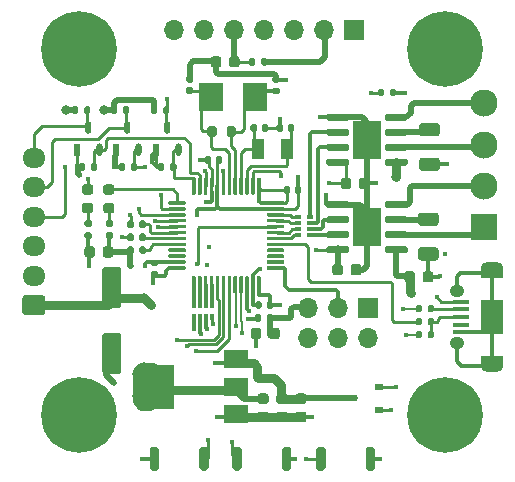
<source format=gbr>
G04 #@! TF.GenerationSoftware,KiCad,Pcbnew,(5.1.7)-1*
G04 #@! TF.CreationDate,2020-12-09T20:39:25+01:00*
G04 #@! TF.ProjectId,Stepper Servo,53746570-7065-4722-9053-6572766f2e6b,v1.0*
G04 #@! TF.SameCoordinates,Original*
G04 #@! TF.FileFunction,Copper,L1,Top*
G04 #@! TF.FilePolarity,Positive*
%FSLAX46Y46*%
G04 Gerber Fmt 4.6, Leading zero omitted, Abs format (unit mm)*
G04 Created by KiCad (PCBNEW (5.1.7)-1) date 2020-12-09 20:39:25*
%MOMM*%
%LPD*%
G01*
G04 APERTURE LIST*
G04 #@! TA.AperFunction,ComponentPad*
%ADD10O,1.250000X1.050000*%
G04 #@! TD*
G04 #@! TA.AperFunction,SMDPad,CuDef*
%ADD11R,1.350000X0.400000*%
G04 #@! TD*
G04 #@! TA.AperFunction,ComponentPad*
%ADD12O,1.900000X1.000000*%
G04 #@! TD*
G04 #@! TA.AperFunction,SMDPad,CuDef*
%ADD13R,1.900000X2.900000*%
G04 #@! TD*
G04 #@! TA.AperFunction,SMDPad,CuDef*
%ADD14R,1.900000X0.875000*%
G04 #@! TD*
G04 #@! TA.AperFunction,ComponentPad*
%ADD15C,0.800000*%
G04 #@! TD*
G04 #@! TA.AperFunction,ComponentPad*
%ADD16C,6.400000*%
G04 #@! TD*
G04 #@! TA.AperFunction,SMDPad,CuDef*
%ADD17R,0.750001X0.599999*%
G04 #@! TD*
G04 #@! TA.AperFunction,ComponentPad*
%ADD18R,1.700000X1.700000*%
G04 #@! TD*
G04 #@! TA.AperFunction,ComponentPad*
%ADD19O,1.700000X1.700000*%
G04 #@! TD*
G04 #@! TA.AperFunction,ComponentPad*
%ADD20R,2.300000X2.300000*%
G04 #@! TD*
G04 #@! TA.AperFunction,ComponentPad*
%ADD21C,2.300000*%
G04 #@! TD*
G04 #@! TA.AperFunction,ComponentPad*
%ADD22O,1.950000X1.700000*%
G04 #@! TD*
G04 #@! TA.AperFunction,SMDPad,CuDef*
%ADD23R,0.537986X1.074609*%
G04 #@! TD*
G04 #@! TA.AperFunction,SMDPad,CuDef*
%ADD24R,0.400000X0.500000*%
G04 #@! TD*
G04 #@! TA.AperFunction,SMDPad,CuDef*
%ADD25R,0.300000X0.500000*%
G04 #@! TD*
G04 #@! TA.AperFunction,SMDPad,CuDef*
%ADD26R,0.500000X0.400000*%
G04 #@! TD*
G04 #@! TA.AperFunction,SMDPad,CuDef*
%ADD27R,0.500000X0.300000*%
G04 #@! TD*
G04 #@! TA.AperFunction,SMDPad,CuDef*
%ADD28R,2.410000X3.300000*%
G04 #@! TD*
G04 #@! TA.AperFunction,SMDPad,CuDef*
%ADD29R,2.000000X3.800000*%
G04 #@! TD*
G04 #@! TA.AperFunction,SMDPad,CuDef*
%ADD30R,2.000000X1.500000*%
G04 #@! TD*
G04 #@! TA.AperFunction,SMDPad,CuDef*
%ADD31R,1.000000X1.800000*%
G04 #@! TD*
G04 #@! TA.AperFunction,SMDPad,CuDef*
%ADD32R,2.000000X2.400000*%
G04 #@! TD*
G04 #@! TA.AperFunction,ViaPad*
%ADD33C,0.450000*%
G04 #@! TD*
G04 #@! TA.AperFunction,ViaPad*
%ADD34C,0.800000*%
G04 #@! TD*
G04 #@! TA.AperFunction,Conductor*
%ADD35C,0.300000*%
G04 #@! TD*
G04 #@! TA.AperFunction,Conductor*
%ADD36C,0.250000*%
G04 #@! TD*
G04 #@! TA.AperFunction,Conductor*
%ADD37C,0.500000*%
G04 #@! TD*
G04 #@! TA.AperFunction,Conductor*
%ADD38C,0.800000*%
G04 #@! TD*
G04 #@! TA.AperFunction,Conductor*
%ADD39C,0.200000*%
G04 #@! TD*
G04 APERTURE END LIST*
G04 #@! TA.AperFunction,SMDPad,CuDef*
G36*
G01*
X176450000Y-80550000D02*
X177550000Y-80550000D01*
G75*
G02*
X177800000Y-80800000I0J-250000D01*
G01*
X177800000Y-83800000D01*
G75*
G02*
X177550000Y-84050000I-250000J0D01*
G01*
X176450000Y-84050000D01*
G75*
G02*
X176200000Y-83800000I0J250000D01*
G01*
X176200000Y-80800000D01*
G75*
G02*
X176450000Y-80550000I250000J0D01*
G01*
G37*
G04 #@! TD.AperFunction*
G04 #@! TA.AperFunction,SMDPad,CuDef*
G36*
G01*
X176450000Y-74950000D02*
X177550000Y-74950000D01*
G75*
G02*
X177800000Y-75200000I0J-250000D01*
G01*
X177800000Y-78200000D01*
G75*
G02*
X177550000Y-78450000I-250000J0D01*
G01*
X176450000Y-78450000D01*
G75*
G02*
X176200000Y-78200000I0J250000D01*
G01*
X176200000Y-75200000D01*
G75*
G02*
X176450000Y-74950000I250000J0D01*
G01*
G37*
G04 #@! TD.AperFunction*
G04 #@! TA.AperFunction,SMDPad,CuDef*
G36*
G01*
X178860000Y-73365000D02*
X178860000Y-73735000D01*
G75*
G02*
X178725000Y-73870000I-135000J0D01*
G01*
X178455000Y-73870000D01*
G75*
G02*
X178320000Y-73735000I0J135000D01*
G01*
X178320000Y-73365000D01*
G75*
G02*
X178455000Y-73230000I135000J0D01*
G01*
X178725000Y-73230000D01*
G75*
G02*
X178860000Y-73365000I0J-135000D01*
G01*
G37*
G04 #@! TD.AperFunction*
G04 #@! TA.AperFunction,SMDPad,CuDef*
G36*
G01*
X179880000Y-73365000D02*
X179880000Y-73735000D01*
G75*
G02*
X179745000Y-73870000I-135000J0D01*
G01*
X179475000Y-73870000D01*
G75*
G02*
X179340000Y-73735000I0J135000D01*
G01*
X179340000Y-73365000D01*
G75*
G02*
X179475000Y-73230000I135000J0D01*
G01*
X179745000Y-73230000D01*
G75*
G02*
X179880000Y-73365000I0J-135000D01*
G01*
G37*
G04 #@! TD.AperFunction*
G04 #@! TA.AperFunction,SMDPad,CuDef*
G36*
G01*
X179340000Y-71535000D02*
X179340000Y-71165000D01*
G75*
G02*
X179475000Y-71030000I135000J0D01*
G01*
X179745000Y-71030000D01*
G75*
G02*
X179880000Y-71165000I0J-135000D01*
G01*
X179880000Y-71535000D01*
G75*
G02*
X179745000Y-71670000I-135000J0D01*
G01*
X179475000Y-71670000D01*
G75*
G02*
X179340000Y-71535000I0J135000D01*
G01*
G37*
G04 #@! TD.AperFunction*
G04 #@! TA.AperFunction,SMDPad,CuDef*
G36*
G01*
X178320000Y-71535000D02*
X178320000Y-71165000D01*
G75*
G02*
X178455000Y-71030000I135000J0D01*
G01*
X178725000Y-71030000D01*
G75*
G02*
X178860000Y-71165000I0J-135000D01*
G01*
X178860000Y-71535000D01*
G75*
G02*
X178725000Y-71670000I-135000J0D01*
G01*
X178455000Y-71670000D01*
G75*
G02*
X178320000Y-71535000I0J135000D01*
G01*
G37*
G04 #@! TD.AperFunction*
G04 #@! TA.AperFunction,SMDPad,CuDef*
G36*
G01*
X179340000Y-72635000D02*
X179340000Y-72265000D01*
G75*
G02*
X179475000Y-72130000I135000J0D01*
G01*
X179745000Y-72130000D01*
G75*
G02*
X179880000Y-72265000I0J-135000D01*
G01*
X179880000Y-72635000D01*
G75*
G02*
X179745000Y-72770000I-135000J0D01*
G01*
X179475000Y-72770000D01*
G75*
G02*
X179340000Y-72635000I0J135000D01*
G01*
G37*
G04 #@! TD.AperFunction*
G04 #@! TA.AperFunction,SMDPad,CuDef*
G36*
G01*
X178320000Y-72635000D02*
X178320000Y-72265000D01*
G75*
G02*
X178455000Y-72130000I135000J0D01*
G01*
X178725000Y-72130000D01*
G75*
G02*
X178860000Y-72265000I0J-135000D01*
G01*
X178860000Y-72635000D01*
G75*
G02*
X178725000Y-72770000I-135000J0D01*
G01*
X178455000Y-72770000D01*
G75*
G02*
X178320000Y-72635000I0J135000D01*
G01*
G37*
G04 #@! TD.AperFunction*
G04 #@! TA.AperFunction,SMDPad,CuDef*
G36*
G01*
X177006250Y-68850000D02*
X176493750Y-68850000D01*
G75*
G02*
X176275000Y-68631250I0J218750D01*
G01*
X176275000Y-68193750D01*
G75*
G02*
X176493750Y-67975000I218750J0D01*
G01*
X177006250Y-67975000D01*
G75*
G02*
X177225000Y-68193750I0J-218750D01*
G01*
X177225000Y-68631250D01*
G75*
G02*
X177006250Y-68850000I-218750J0D01*
G01*
G37*
G04 #@! TD.AperFunction*
G04 #@! TA.AperFunction,SMDPad,CuDef*
G36*
G01*
X177006250Y-70425000D02*
X176493750Y-70425000D01*
G75*
G02*
X176275000Y-70206250I0J218750D01*
G01*
X176275000Y-69768750D01*
G75*
G02*
X176493750Y-69550000I218750J0D01*
G01*
X177006250Y-69550000D01*
G75*
G02*
X177225000Y-69768750I0J-218750D01*
G01*
X177225000Y-70206250D01*
G75*
G02*
X177006250Y-70425000I-218750J0D01*
G01*
G37*
G04 #@! TD.AperFunction*
G04 #@! TA.AperFunction,SMDPad,CuDef*
G36*
G01*
X174693750Y-69550000D02*
X175206250Y-69550000D01*
G75*
G02*
X175425000Y-69768750I0J-218750D01*
G01*
X175425000Y-70206250D01*
G75*
G02*
X175206250Y-70425000I-218750J0D01*
G01*
X174693750Y-70425000D01*
G75*
G02*
X174475000Y-70206250I0J218750D01*
G01*
X174475000Y-69768750D01*
G75*
G02*
X174693750Y-69550000I218750J0D01*
G01*
G37*
G04 #@! TD.AperFunction*
G04 #@! TA.AperFunction,SMDPad,CuDef*
G36*
G01*
X174693750Y-67975000D02*
X175206250Y-67975000D01*
G75*
G02*
X175425000Y-68193750I0J-218750D01*
G01*
X175425000Y-68631250D01*
G75*
G02*
X175206250Y-68850000I-218750J0D01*
G01*
X174693750Y-68850000D01*
G75*
G02*
X174475000Y-68631250I0J218750D01*
G01*
X174475000Y-68193750D01*
G75*
G02*
X174693750Y-67975000I218750J0D01*
G01*
G37*
G04 #@! TD.AperFunction*
G04 #@! TA.AperFunction,SMDPad,CuDef*
G36*
G01*
X194300000Y-92000000D02*
X194300000Y-90400000D01*
G75*
G02*
X194500000Y-90200000I200000J0D01*
G01*
X194900000Y-90200000D01*
G75*
G02*
X195100000Y-90400000I0J-200000D01*
G01*
X195100000Y-92000000D01*
G75*
G02*
X194900000Y-92200000I-200000J0D01*
G01*
X194500000Y-92200000D01*
G75*
G02*
X194300000Y-92000000I0J200000D01*
G01*
G37*
G04 #@! TD.AperFunction*
G04 #@! TA.AperFunction,SMDPad,CuDef*
G36*
G01*
X198500000Y-92000000D02*
X198500000Y-90400000D01*
G75*
G02*
X198700000Y-90200000I200000J0D01*
G01*
X199100000Y-90200000D01*
G75*
G02*
X199300000Y-90400000I0J-200000D01*
G01*
X199300000Y-92000000D01*
G75*
G02*
X199100000Y-92200000I-200000J0D01*
G01*
X198700000Y-92200000D01*
G75*
G02*
X198500000Y-92000000I0J200000D01*
G01*
G37*
G04 #@! TD.AperFunction*
G04 #@! TA.AperFunction,SMDPad,CuDef*
G36*
G01*
X187200000Y-92000000D02*
X187200000Y-90400000D01*
G75*
G02*
X187400000Y-90200000I200000J0D01*
G01*
X187800000Y-90200000D01*
G75*
G02*
X188000000Y-90400000I0J-200000D01*
G01*
X188000000Y-92000000D01*
G75*
G02*
X187800000Y-92200000I-200000J0D01*
G01*
X187400000Y-92200000D01*
G75*
G02*
X187200000Y-92000000I0J200000D01*
G01*
G37*
G04 #@! TD.AperFunction*
G04 #@! TA.AperFunction,SMDPad,CuDef*
G36*
G01*
X191400000Y-92000000D02*
X191400000Y-90400000D01*
G75*
G02*
X191600000Y-90200000I200000J0D01*
G01*
X192000000Y-90200000D01*
G75*
G02*
X192200000Y-90400000I0J-200000D01*
G01*
X192200000Y-92000000D01*
G75*
G02*
X192000000Y-92200000I-200000J0D01*
G01*
X191600000Y-92200000D01*
G75*
G02*
X191400000Y-92000000I0J200000D01*
G01*
G37*
G04 #@! TD.AperFunction*
G04 #@! TA.AperFunction,SMDPad,CuDef*
G36*
G01*
X185200000Y-90400000D02*
X185200000Y-92000000D01*
G75*
G02*
X185000000Y-92200000I-200000J0D01*
G01*
X184600000Y-92200000D01*
G75*
G02*
X184400000Y-92000000I0J200000D01*
G01*
X184400000Y-90400000D01*
G75*
G02*
X184600000Y-90200000I200000J0D01*
G01*
X185000000Y-90200000D01*
G75*
G02*
X185200000Y-90400000I0J-200000D01*
G01*
G37*
G04 #@! TD.AperFunction*
G04 #@! TA.AperFunction,SMDPad,CuDef*
G36*
G01*
X181000000Y-90400000D02*
X181000000Y-92000000D01*
G75*
G02*
X180800000Y-92200000I-200000J0D01*
G01*
X180400000Y-92200000D01*
G75*
G02*
X180200000Y-92000000I0J200000D01*
G01*
X180200000Y-90400000D01*
G75*
G02*
X180400000Y-90200000I200000J0D01*
G01*
X180800000Y-90200000D01*
G75*
G02*
X181000000Y-90400000I0J-200000D01*
G01*
G37*
G04 #@! TD.AperFunction*
G04 #@! TA.AperFunction,SMDPad,CuDef*
G36*
G01*
X174640000Y-61885000D02*
X174640000Y-61515000D01*
G75*
G02*
X174775000Y-61380000I135000J0D01*
G01*
X175045000Y-61380000D01*
G75*
G02*
X175180000Y-61515000I0J-135000D01*
G01*
X175180000Y-61885000D01*
G75*
G02*
X175045000Y-62020000I-135000J0D01*
G01*
X174775000Y-62020000D01*
G75*
G02*
X174640000Y-61885000I0J135000D01*
G01*
G37*
G04 #@! TD.AperFunction*
G04 #@! TA.AperFunction,SMDPad,CuDef*
G36*
G01*
X173620000Y-61885000D02*
X173620000Y-61515000D01*
G75*
G02*
X173755000Y-61380000I135000J0D01*
G01*
X174025000Y-61380000D01*
G75*
G02*
X174160000Y-61515000I0J-135000D01*
G01*
X174160000Y-61885000D01*
G75*
G02*
X174025000Y-62020000I-135000J0D01*
G01*
X173755000Y-62020000D01*
G75*
G02*
X173620000Y-61885000I0J135000D01*
G01*
G37*
G04 #@! TD.AperFunction*
G04 #@! TA.AperFunction,SMDPad,CuDef*
G36*
G01*
X175240000Y-66685000D02*
X175240000Y-66315000D01*
G75*
G02*
X175375000Y-66180000I135000J0D01*
G01*
X175645000Y-66180000D01*
G75*
G02*
X175780000Y-66315000I0J-135000D01*
G01*
X175780000Y-66685000D01*
G75*
G02*
X175645000Y-66820000I-135000J0D01*
G01*
X175375000Y-66820000D01*
G75*
G02*
X175240000Y-66685000I0J135000D01*
G01*
G37*
G04 #@! TD.AperFunction*
G04 #@! TA.AperFunction,SMDPad,CuDef*
G36*
G01*
X174220000Y-66685000D02*
X174220000Y-66315000D01*
G75*
G02*
X174355000Y-66180000I135000J0D01*
G01*
X174625000Y-66180000D01*
G75*
G02*
X174760000Y-66315000I0J-135000D01*
G01*
X174760000Y-66685000D01*
G75*
G02*
X174625000Y-66820000I-135000J0D01*
G01*
X174355000Y-66820000D01*
G75*
G02*
X174220000Y-66685000I0J135000D01*
G01*
G37*
G04 #@! TD.AperFunction*
G04 #@! TA.AperFunction,SMDPad,CuDef*
G36*
G01*
X181340000Y-61885000D02*
X181340000Y-61515000D01*
G75*
G02*
X181475000Y-61380000I135000J0D01*
G01*
X181745000Y-61380000D01*
G75*
G02*
X181880000Y-61515000I0J-135000D01*
G01*
X181880000Y-61885000D01*
G75*
G02*
X181745000Y-62020000I-135000J0D01*
G01*
X181475000Y-62020000D01*
G75*
G02*
X181340000Y-61885000I0J135000D01*
G01*
G37*
G04 #@! TD.AperFunction*
G04 #@! TA.AperFunction,SMDPad,CuDef*
G36*
G01*
X180320000Y-61885000D02*
X180320000Y-61515000D01*
G75*
G02*
X180455000Y-61380000I135000J0D01*
G01*
X180725000Y-61380000D01*
G75*
G02*
X180860000Y-61515000I0J-135000D01*
G01*
X180860000Y-61885000D01*
G75*
G02*
X180725000Y-62020000I-135000J0D01*
G01*
X180455000Y-62020000D01*
G75*
G02*
X180320000Y-61885000I0J135000D01*
G01*
G37*
G04 #@! TD.AperFunction*
G04 #@! TA.AperFunction,SMDPad,CuDef*
G36*
G01*
X181940000Y-66685000D02*
X181940000Y-66315000D01*
G75*
G02*
X182075000Y-66180000I135000J0D01*
G01*
X182345000Y-66180000D01*
G75*
G02*
X182480000Y-66315000I0J-135000D01*
G01*
X182480000Y-66685000D01*
G75*
G02*
X182345000Y-66820000I-135000J0D01*
G01*
X182075000Y-66820000D01*
G75*
G02*
X181940000Y-66685000I0J135000D01*
G01*
G37*
G04 #@! TD.AperFunction*
G04 #@! TA.AperFunction,SMDPad,CuDef*
G36*
G01*
X180920000Y-66685000D02*
X180920000Y-66315000D01*
G75*
G02*
X181055000Y-66180000I135000J0D01*
G01*
X181325000Y-66180000D01*
G75*
G02*
X181460000Y-66315000I0J-135000D01*
G01*
X181460000Y-66685000D01*
G75*
G02*
X181325000Y-66820000I-135000J0D01*
G01*
X181055000Y-66820000D01*
G75*
G02*
X180920000Y-66685000I0J135000D01*
G01*
G37*
G04 #@! TD.AperFunction*
G04 #@! TA.AperFunction,SMDPad,CuDef*
G36*
G01*
X177940000Y-61885000D02*
X177940000Y-61515000D01*
G75*
G02*
X178075000Y-61380000I135000J0D01*
G01*
X178345000Y-61380000D01*
G75*
G02*
X178480000Y-61515000I0J-135000D01*
G01*
X178480000Y-61885000D01*
G75*
G02*
X178345000Y-62020000I-135000J0D01*
G01*
X178075000Y-62020000D01*
G75*
G02*
X177940000Y-61885000I0J135000D01*
G01*
G37*
G04 #@! TD.AperFunction*
G04 #@! TA.AperFunction,SMDPad,CuDef*
G36*
G01*
X176920000Y-61885000D02*
X176920000Y-61515000D01*
G75*
G02*
X177055000Y-61380000I135000J0D01*
G01*
X177325000Y-61380000D01*
G75*
G02*
X177460000Y-61515000I0J-135000D01*
G01*
X177460000Y-61885000D01*
G75*
G02*
X177325000Y-62020000I-135000J0D01*
G01*
X177055000Y-62020000D01*
G75*
G02*
X176920000Y-61885000I0J135000D01*
G01*
G37*
G04 #@! TD.AperFunction*
G04 #@! TA.AperFunction,SMDPad,CuDef*
G36*
G01*
X178590000Y-66685000D02*
X178590000Y-66315000D01*
G75*
G02*
X178725000Y-66180000I135000J0D01*
G01*
X178995000Y-66180000D01*
G75*
G02*
X179130000Y-66315000I0J-135000D01*
G01*
X179130000Y-66685000D01*
G75*
G02*
X178995000Y-66820000I-135000J0D01*
G01*
X178725000Y-66820000D01*
G75*
G02*
X178590000Y-66685000I0J135000D01*
G01*
G37*
G04 #@! TD.AperFunction*
G04 #@! TA.AperFunction,SMDPad,CuDef*
G36*
G01*
X177570000Y-66685000D02*
X177570000Y-66315000D01*
G75*
G02*
X177705000Y-66180000I135000J0D01*
G01*
X177975000Y-66180000D01*
G75*
G02*
X178110000Y-66315000I0J-135000D01*
G01*
X178110000Y-66685000D01*
G75*
G02*
X177975000Y-66820000I-135000J0D01*
G01*
X177705000Y-66820000D01*
G75*
G02*
X177570000Y-66685000I0J135000D01*
G01*
G37*
G04 #@! TD.AperFunction*
G04 #@! TA.AperFunction,SMDPad,CuDef*
G36*
G01*
X189160000Y-57415000D02*
X189160000Y-57785000D01*
G75*
G02*
X189025000Y-57920000I-135000J0D01*
G01*
X188755000Y-57920000D01*
G75*
G02*
X188620000Y-57785000I0J135000D01*
G01*
X188620000Y-57415000D01*
G75*
G02*
X188755000Y-57280000I135000J0D01*
G01*
X189025000Y-57280000D01*
G75*
G02*
X189160000Y-57415000I0J-135000D01*
G01*
G37*
G04 #@! TD.AperFunction*
G04 #@! TA.AperFunction,SMDPad,CuDef*
G36*
G01*
X190180000Y-57415000D02*
X190180000Y-57785000D01*
G75*
G02*
X190045000Y-57920000I-135000J0D01*
G01*
X189775000Y-57920000D01*
G75*
G02*
X189640000Y-57785000I0J135000D01*
G01*
X189640000Y-57415000D01*
G75*
G02*
X189775000Y-57280000I135000J0D01*
G01*
X190045000Y-57280000D01*
G75*
G02*
X190180000Y-57415000I0J-135000D01*
G01*
G37*
G04 #@! TD.AperFunction*
G04 #@! TA.AperFunction,SMDPad,CuDef*
G36*
G01*
X176985000Y-71560000D02*
X176615000Y-71560000D01*
G75*
G02*
X176480000Y-71425000I0J135000D01*
G01*
X176480000Y-71155000D01*
G75*
G02*
X176615000Y-71020000I135000J0D01*
G01*
X176985000Y-71020000D01*
G75*
G02*
X177120000Y-71155000I0J-135000D01*
G01*
X177120000Y-71425000D01*
G75*
G02*
X176985000Y-71560000I-135000J0D01*
G01*
G37*
G04 #@! TD.AperFunction*
G04 #@! TA.AperFunction,SMDPad,CuDef*
G36*
G01*
X176985000Y-72580000D02*
X176615000Y-72580000D01*
G75*
G02*
X176480000Y-72445000I0J135000D01*
G01*
X176480000Y-72175000D01*
G75*
G02*
X176615000Y-72040000I135000J0D01*
G01*
X176985000Y-72040000D01*
G75*
G02*
X177120000Y-72175000I0J-135000D01*
G01*
X177120000Y-72445000D01*
G75*
G02*
X176985000Y-72580000I-135000J0D01*
G01*
G37*
G04 #@! TD.AperFunction*
G04 #@! TA.AperFunction,SMDPad,CuDef*
G36*
G01*
X174815000Y-72040000D02*
X175185000Y-72040000D01*
G75*
G02*
X175320000Y-72175000I0J-135000D01*
G01*
X175320000Y-72445000D01*
G75*
G02*
X175185000Y-72580000I-135000J0D01*
G01*
X174815000Y-72580000D01*
G75*
G02*
X174680000Y-72445000I0J135000D01*
G01*
X174680000Y-72175000D01*
G75*
G02*
X174815000Y-72040000I135000J0D01*
G01*
G37*
G04 #@! TD.AperFunction*
G04 #@! TA.AperFunction,SMDPad,CuDef*
G36*
G01*
X174815000Y-71020000D02*
X175185000Y-71020000D01*
G75*
G02*
X175320000Y-71155000I0J-135000D01*
G01*
X175320000Y-71425000D01*
G75*
G02*
X175185000Y-71560000I-135000J0D01*
G01*
X174815000Y-71560000D01*
G75*
G02*
X174680000Y-71425000I0J135000D01*
G01*
X174680000Y-71155000D01*
G75*
G02*
X174815000Y-71020000I135000J0D01*
G01*
G37*
G04 #@! TD.AperFunction*
G04 #@! TA.AperFunction,SMDPad,CuDef*
G36*
G01*
X190140000Y-79485000D02*
X190140000Y-79115000D01*
G75*
G02*
X190275000Y-78980000I135000J0D01*
G01*
X190545000Y-78980000D01*
G75*
G02*
X190680000Y-79115000I0J-135000D01*
G01*
X190680000Y-79485000D01*
G75*
G02*
X190545000Y-79620000I-135000J0D01*
G01*
X190275000Y-79620000D01*
G75*
G02*
X190140000Y-79485000I0J135000D01*
G01*
G37*
G04 #@! TD.AperFunction*
G04 #@! TA.AperFunction,SMDPad,CuDef*
G36*
G01*
X189120000Y-79485000D02*
X189120000Y-79115000D01*
G75*
G02*
X189255000Y-78980000I135000J0D01*
G01*
X189525000Y-78980000D01*
G75*
G02*
X189660000Y-79115000I0J-135000D01*
G01*
X189660000Y-79485000D01*
G75*
G02*
X189525000Y-79620000I-135000J0D01*
G01*
X189255000Y-79620000D01*
G75*
G02*
X189120000Y-79485000I0J135000D01*
G01*
G37*
G04 #@! TD.AperFunction*
G04 #@! TA.AperFunction,SMDPad,CuDef*
G36*
G01*
X200540000Y-60385000D02*
X200540000Y-60015000D01*
G75*
G02*
X200675000Y-59880000I135000J0D01*
G01*
X200945000Y-59880000D01*
G75*
G02*
X201080000Y-60015000I0J-135000D01*
G01*
X201080000Y-60385000D01*
G75*
G02*
X200945000Y-60520000I-135000J0D01*
G01*
X200675000Y-60520000D01*
G75*
G02*
X200540000Y-60385000I0J135000D01*
G01*
G37*
G04 #@! TD.AperFunction*
G04 #@! TA.AperFunction,SMDPad,CuDef*
G36*
G01*
X199520000Y-60385000D02*
X199520000Y-60015000D01*
G75*
G02*
X199655000Y-59880000I135000J0D01*
G01*
X199925000Y-59880000D01*
G75*
G02*
X200060000Y-60015000I0J-135000D01*
G01*
X200060000Y-60385000D01*
G75*
G02*
X199925000Y-60520000I-135000J0D01*
G01*
X199655000Y-60520000D01*
G75*
G02*
X199520000Y-60385000I0J135000D01*
G01*
G37*
G04 #@! TD.AperFunction*
G04 #@! TA.AperFunction,SMDPad,CuDef*
G36*
G01*
X183770000Y-59350000D02*
X183430000Y-59350000D01*
G75*
G02*
X183290000Y-59210000I0J140000D01*
G01*
X183290000Y-58930000D01*
G75*
G02*
X183430000Y-58790000I140000J0D01*
G01*
X183770000Y-58790000D01*
G75*
G02*
X183910000Y-58930000I0J-140000D01*
G01*
X183910000Y-59210000D01*
G75*
G02*
X183770000Y-59350000I-140000J0D01*
G01*
G37*
G04 #@! TD.AperFunction*
G04 #@! TA.AperFunction,SMDPad,CuDef*
G36*
G01*
X183770000Y-60310000D02*
X183430000Y-60310000D01*
G75*
G02*
X183290000Y-60170000I0J140000D01*
G01*
X183290000Y-59890000D01*
G75*
G02*
X183430000Y-59750000I140000J0D01*
G01*
X183770000Y-59750000D01*
G75*
G02*
X183910000Y-59890000I0J-140000D01*
G01*
X183910000Y-60170000D01*
G75*
G02*
X183770000Y-60310000I-140000J0D01*
G01*
G37*
G04 #@! TD.AperFunction*
G04 #@! TA.AperFunction,SMDPad,CuDef*
G36*
G01*
X191070000Y-59380000D02*
X190730000Y-59380000D01*
G75*
G02*
X190590000Y-59240000I0J140000D01*
G01*
X190590000Y-58960000D01*
G75*
G02*
X190730000Y-58820000I140000J0D01*
G01*
X191070000Y-58820000D01*
G75*
G02*
X191210000Y-58960000I0J-140000D01*
G01*
X191210000Y-59240000D01*
G75*
G02*
X191070000Y-59380000I-140000J0D01*
G01*
G37*
G04 #@! TD.AperFunction*
G04 #@! TA.AperFunction,SMDPad,CuDef*
G36*
G01*
X191070000Y-60340000D02*
X190730000Y-60340000D01*
G75*
G02*
X190590000Y-60200000I0J140000D01*
G01*
X190590000Y-59920000D01*
G75*
G02*
X190730000Y-59780000I140000J0D01*
G01*
X191070000Y-59780000D01*
G75*
G02*
X191210000Y-59920000I0J-140000D01*
G01*
X191210000Y-60200000D01*
G75*
G02*
X191070000Y-60340000I-140000J0D01*
G01*
G37*
G04 #@! TD.AperFunction*
G04 #@! TA.AperFunction,SMDPad,CuDef*
G36*
G01*
X203260000Y-80515000D02*
X203260000Y-80885000D01*
G75*
G02*
X203125000Y-81020000I-135000J0D01*
G01*
X202855000Y-81020000D01*
G75*
G02*
X202720000Y-80885000I0J135000D01*
G01*
X202720000Y-80515000D01*
G75*
G02*
X202855000Y-80380000I135000J0D01*
G01*
X203125000Y-80380000D01*
G75*
G02*
X203260000Y-80515000I0J-135000D01*
G01*
G37*
G04 #@! TD.AperFunction*
G04 #@! TA.AperFunction,SMDPad,CuDef*
G36*
G01*
X204280000Y-80515000D02*
X204280000Y-80885000D01*
G75*
G02*
X204145000Y-81020000I-135000J0D01*
G01*
X203875000Y-81020000D01*
G75*
G02*
X203740000Y-80885000I0J135000D01*
G01*
X203740000Y-80515000D01*
G75*
G02*
X203875000Y-80380000I135000J0D01*
G01*
X204145000Y-80380000D01*
G75*
G02*
X204280000Y-80515000I0J-135000D01*
G01*
G37*
G04 #@! TD.AperFunction*
G04 #@! TA.AperFunction,SMDPad,CuDef*
G36*
G01*
X203740000Y-79785000D02*
X203740000Y-79415000D01*
G75*
G02*
X203875000Y-79280000I135000J0D01*
G01*
X204145000Y-79280000D01*
G75*
G02*
X204280000Y-79415000I0J-135000D01*
G01*
X204280000Y-79785000D01*
G75*
G02*
X204145000Y-79920000I-135000J0D01*
G01*
X203875000Y-79920000D01*
G75*
G02*
X203740000Y-79785000I0J135000D01*
G01*
G37*
G04 #@! TD.AperFunction*
G04 #@! TA.AperFunction,SMDPad,CuDef*
G36*
G01*
X202720000Y-79785000D02*
X202720000Y-79415000D01*
G75*
G02*
X202855000Y-79280000I135000J0D01*
G01*
X203125000Y-79280000D01*
G75*
G02*
X203260000Y-79415000I0J-135000D01*
G01*
X203260000Y-79785000D01*
G75*
G02*
X203125000Y-79920000I-135000J0D01*
G01*
X202855000Y-79920000D01*
G75*
G02*
X202720000Y-79785000I0J135000D01*
G01*
G37*
G04 #@! TD.AperFunction*
G04 #@! TA.AperFunction,SMDPad,CuDef*
G36*
G01*
X203260000Y-78315000D02*
X203260000Y-78685000D01*
G75*
G02*
X203125000Y-78820000I-135000J0D01*
G01*
X202855000Y-78820000D01*
G75*
G02*
X202720000Y-78685000I0J135000D01*
G01*
X202720000Y-78315000D01*
G75*
G02*
X202855000Y-78180000I135000J0D01*
G01*
X203125000Y-78180000D01*
G75*
G02*
X203260000Y-78315000I0J-135000D01*
G01*
G37*
G04 #@! TD.AperFunction*
G04 #@! TA.AperFunction,SMDPad,CuDef*
G36*
G01*
X204280000Y-78315000D02*
X204280000Y-78685000D01*
G75*
G02*
X204145000Y-78820000I-135000J0D01*
G01*
X203875000Y-78820000D01*
G75*
G02*
X203740000Y-78685000I0J135000D01*
G01*
X203740000Y-78315000D01*
G75*
G02*
X203875000Y-78180000I135000J0D01*
G01*
X204145000Y-78180000D01*
G75*
G02*
X204280000Y-78315000I0J-135000D01*
G01*
G37*
G04 #@! TD.AperFunction*
G04 #@! TA.AperFunction,SMDPad,CuDef*
G36*
G01*
X190100000Y-78370000D02*
X190100000Y-78030000D01*
G75*
G02*
X190240000Y-77890000I140000J0D01*
G01*
X190520000Y-77890000D01*
G75*
G02*
X190660000Y-78030000I0J-140000D01*
G01*
X190660000Y-78370000D01*
G75*
G02*
X190520000Y-78510000I-140000J0D01*
G01*
X190240000Y-78510000D01*
G75*
G02*
X190100000Y-78370000I0J140000D01*
G01*
G37*
G04 #@! TD.AperFunction*
G04 #@! TA.AperFunction,SMDPad,CuDef*
G36*
G01*
X189140000Y-78370000D02*
X189140000Y-78030000D01*
G75*
G02*
X189280000Y-77890000I140000J0D01*
G01*
X189560000Y-77890000D01*
G75*
G02*
X189700000Y-78030000I0J-140000D01*
G01*
X189700000Y-78370000D01*
G75*
G02*
X189560000Y-78510000I-140000J0D01*
G01*
X189280000Y-78510000D01*
G75*
G02*
X189140000Y-78370000I0J140000D01*
G01*
G37*
G04 #@! TD.AperFunction*
G04 #@! TA.AperFunction,SMDPad,CuDef*
G36*
G01*
X185400000Y-65730000D02*
X185400000Y-66070000D01*
G75*
G02*
X185260000Y-66210000I-140000J0D01*
G01*
X184980000Y-66210000D01*
G75*
G02*
X184840000Y-66070000I0J140000D01*
G01*
X184840000Y-65730000D01*
G75*
G02*
X184980000Y-65590000I140000J0D01*
G01*
X185260000Y-65590000D01*
G75*
G02*
X185400000Y-65730000I0J-140000D01*
G01*
G37*
G04 #@! TD.AperFunction*
G04 #@! TA.AperFunction,SMDPad,CuDef*
G36*
G01*
X186360000Y-65730000D02*
X186360000Y-66070000D01*
G75*
G02*
X186220000Y-66210000I-140000J0D01*
G01*
X185940000Y-66210000D01*
G75*
G02*
X185800000Y-66070000I0J140000D01*
G01*
X185800000Y-65730000D01*
G75*
G02*
X185940000Y-65590000I140000J0D01*
G01*
X186220000Y-65590000D01*
G75*
G02*
X186360000Y-65730000I0J-140000D01*
G01*
G37*
G04 #@! TD.AperFunction*
G04 #@! TA.AperFunction,SMDPad,CuDef*
G36*
G01*
X192100000Y-68280000D02*
X192100000Y-68620000D01*
G75*
G02*
X191960000Y-68760000I-140000J0D01*
G01*
X191680000Y-68760000D01*
G75*
G02*
X191540000Y-68620000I0J140000D01*
G01*
X191540000Y-68280000D01*
G75*
G02*
X191680000Y-68140000I140000J0D01*
G01*
X191960000Y-68140000D01*
G75*
G02*
X192100000Y-68280000I0J-140000D01*
G01*
G37*
G04 #@! TD.AperFunction*
G04 #@! TA.AperFunction,SMDPad,CuDef*
G36*
G01*
X193060000Y-68280000D02*
X193060000Y-68620000D01*
G75*
G02*
X192920000Y-68760000I-140000J0D01*
G01*
X192640000Y-68760000D01*
G75*
G02*
X192500000Y-68620000I0J140000D01*
G01*
X192500000Y-68280000D01*
G75*
G02*
X192640000Y-68140000I140000J0D01*
G01*
X192920000Y-68140000D01*
G75*
G02*
X193060000Y-68280000I0J-140000D01*
G01*
G37*
G04 #@! TD.AperFunction*
G04 #@! TA.AperFunction,SMDPad,CuDef*
G36*
G01*
X180430000Y-75300000D02*
X180770000Y-75300000D01*
G75*
G02*
X180910000Y-75440000I0J-140000D01*
G01*
X180910000Y-75720000D01*
G75*
G02*
X180770000Y-75860000I-140000J0D01*
G01*
X180430000Y-75860000D01*
G75*
G02*
X180290000Y-75720000I0J140000D01*
G01*
X180290000Y-75440000D01*
G75*
G02*
X180430000Y-75300000I140000J0D01*
G01*
G37*
G04 #@! TD.AperFunction*
G04 #@! TA.AperFunction,SMDPad,CuDef*
G36*
G01*
X180430000Y-74340000D02*
X180770000Y-74340000D01*
G75*
G02*
X180910000Y-74480000I0J-140000D01*
G01*
X180910000Y-74760000D01*
G75*
G02*
X180770000Y-74900000I-140000J0D01*
G01*
X180430000Y-74900000D01*
G75*
G02*
X180290000Y-74760000I0J140000D01*
G01*
X180290000Y-74480000D01*
G75*
G02*
X180430000Y-74340000I140000J0D01*
G01*
G37*
G04 #@! TD.AperFunction*
D10*
X206200000Y-81425000D03*
D11*
X206525000Y-80500000D03*
X206525000Y-79850000D03*
X206525000Y-79200000D03*
X206525000Y-77900000D03*
D10*
X206200000Y-76975000D03*
D12*
X209200000Y-83375000D03*
X209200000Y-75025000D03*
D11*
X206525000Y-78550000D03*
D13*
X209200000Y-79200000D03*
D14*
X209200000Y-75462500D03*
X209200000Y-82937500D03*
D15*
X175897056Y-85802944D03*
X174200000Y-85100000D03*
X172502944Y-85802944D03*
X171800000Y-87500000D03*
X172502944Y-89197056D03*
X174200000Y-89900000D03*
X175897056Y-89197056D03*
X176600000Y-87500000D03*
D16*
X174200000Y-87500000D03*
D15*
X206897056Y-54802944D03*
X205200000Y-54100000D03*
X203502944Y-54802944D03*
X202800000Y-56500000D03*
X203502944Y-58197056D03*
X205200000Y-58900000D03*
X206897056Y-58197056D03*
X207600000Y-56500000D03*
D16*
X205200000Y-56500000D03*
D15*
X206897056Y-85802944D03*
X205200000Y-85100000D03*
X203502944Y-85802944D03*
X202800000Y-87500000D03*
X203502944Y-89197056D03*
X205200000Y-89900000D03*
X206897056Y-89197056D03*
X207600000Y-87500000D03*
D16*
X205200000Y-87500000D03*
D15*
X175897056Y-54802944D03*
X174200000Y-54100000D03*
X172502944Y-54802944D03*
X171800000Y-56500000D03*
X172502944Y-58197056D03*
X174200000Y-58900000D03*
X175897056Y-58197056D03*
X176600000Y-56500000D03*
D16*
X174200000Y-56500000D03*
G04 #@! TA.AperFunction,SMDPad,CuDef*
G36*
G01*
X203325000Y-76050000D02*
X203325000Y-75550000D01*
G75*
G02*
X203550000Y-75325000I225000J0D01*
G01*
X204000000Y-75325000D01*
G75*
G02*
X204225000Y-75550000I0J-225000D01*
G01*
X204225000Y-76050000D01*
G75*
G02*
X204000000Y-76275000I-225000J0D01*
G01*
X203550000Y-76275000D01*
G75*
G02*
X203325000Y-76050000I0J225000D01*
G01*
G37*
G04 #@! TD.AperFunction*
G04 #@! TA.AperFunction,SMDPad,CuDef*
G36*
G01*
X201775000Y-76050000D02*
X201775000Y-75550000D01*
G75*
G02*
X202000000Y-75325000I225000J0D01*
G01*
X202450000Y-75325000D01*
G75*
G02*
X202675000Y-75550000I0J-225000D01*
G01*
X202675000Y-76050000D01*
G75*
G02*
X202450000Y-76275000I-225000J0D01*
G01*
X202000000Y-76275000D01*
G75*
G02*
X201775000Y-76050000I0J225000D01*
G01*
G37*
G04 #@! TD.AperFunction*
G04 #@! TA.AperFunction,SMDPad,CuDef*
G36*
G01*
X198825000Y-67650000D02*
X198825000Y-68150000D01*
G75*
G02*
X198600000Y-68375000I-225000J0D01*
G01*
X198150000Y-68375000D01*
G75*
G02*
X197925000Y-68150000I0J225000D01*
G01*
X197925000Y-67650000D01*
G75*
G02*
X198150000Y-67425000I225000J0D01*
G01*
X198600000Y-67425000D01*
G75*
G02*
X198825000Y-67650000I0J-225000D01*
G01*
G37*
G04 #@! TD.AperFunction*
G04 #@! TA.AperFunction,SMDPad,CuDef*
G36*
G01*
X197275000Y-67650000D02*
X197275000Y-68150000D01*
G75*
G02*
X197050000Y-68375000I-225000J0D01*
G01*
X196600000Y-68375000D01*
G75*
G02*
X196375000Y-68150000I0J225000D01*
G01*
X196375000Y-67650000D01*
G75*
G02*
X196600000Y-67425000I225000J0D01*
G01*
X197050000Y-67425000D01*
G75*
G02*
X197275000Y-67650000I0J-225000D01*
G01*
G37*
G04 #@! TD.AperFunction*
G04 #@! TA.AperFunction,SMDPad,CuDef*
G36*
G01*
X196575000Y-74950000D02*
X196575000Y-75450000D01*
G75*
G02*
X196350000Y-75675000I-225000J0D01*
G01*
X195900000Y-75675000D01*
G75*
G02*
X195675000Y-75450000I0J225000D01*
G01*
X195675000Y-74950000D01*
G75*
G02*
X195900000Y-74725000I225000J0D01*
G01*
X196350000Y-74725000D01*
G75*
G02*
X196575000Y-74950000I0J-225000D01*
G01*
G37*
G04 #@! TD.AperFunction*
G04 #@! TA.AperFunction,SMDPad,CuDef*
G36*
G01*
X198125000Y-74950000D02*
X198125000Y-75450000D01*
G75*
G02*
X197900000Y-75675000I-225000J0D01*
G01*
X197450000Y-75675000D01*
G75*
G02*
X197225000Y-75450000I0J225000D01*
G01*
X197225000Y-74950000D01*
G75*
G02*
X197450000Y-74725000I225000J0D01*
G01*
X197900000Y-74725000D01*
G75*
G02*
X198125000Y-74950000I0J-225000D01*
G01*
G37*
G04 #@! TD.AperFunction*
G04 #@! TA.AperFunction,SMDPad,CuDef*
G36*
G01*
X192460000Y-63030000D02*
X192460000Y-63370000D01*
G75*
G02*
X192320000Y-63510000I-140000J0D01*
G01*
X192040000Y-63510000D01*
G75*
G02*
X191900000Y-63370000I0J140000D01*
G01*
X191900000Y-63030000D01*
G75*
G02*
X192040000Y-62890000I140000J0D01*
G01*
X192320000Y-62890000D01*
G75*
G02*
X192460000Y-63030000I0J-140000D01*
G01*
G37*
G04 #@! TD.AperFunction*
G04 #@! TA.AperFunction,SMDPad,CuDef*
G36*
G01*
X191500000Y-63030000D02*
X191500000Y-63370000D01*
G75*
G02*
X191360000Y-63510000I-140000J0D01*
G01*
X191080000Y-63510000D01*
G75*
G02*
X190940000Y-63370000I0J140000D01*
G01*
X190940000Y-63030000D01*
G75*
G02*
X191080000Y-62890000I140000J0D01*
G01*
X191360000Y-62890000D01*
G75*
G02*
X191500000Y-63030000I0J-140000D01*
G01*
G37*
G04 #@! TD.AperFunction*
G04 #@! TA.AperFunction,SMDPad,CuDef*
G36*
G01*
X189700000Y-63370000D02*
X189700000Y-63030000D01*
G75*
G02*
X189840000Y-62890000I140000J0D01*
G01*
X190120000Y-62890000D01*
G75*
G02*
X190260000Y-63030000I0J-140000D01*
G01*
X190260000Y-63370000D01*
G75*
G02*
X190120000Y-63510000I-140000J0D01*
G01*
X189840000Y-63510000D01*
G75*
G02*
X189700000Y-63370000I0J140000D01*
G01*
G37*
G04 #@! TD.AperFunction*
G04 #@! TA.AperFunction,SMDPad,CuDef*
G36*
G01*
X188740000Y-63370000D02*
X188740000Y-63030000D01*
G75*
G02*
X188880000Y-62890000I140000J0D01*
G01*
X189160000Y-62890000D01*
G75*
G02*
X189300000Y-63030000I0J-140000D01*
G01*
X189300000Y-63370000D01*
G75*
G02*
X189160000Y-63510000I-140000J0D01*
G01*
X188880000Y-63510000D01*
G75*
G02*
X188740000Y-63370000I0J140000D01*
G01*
G37*
G04 #@! TD.AperFunction*
G04 #@! TA.AperFunction,SMDPad,CuDef*
G36*
G01*
X188775000Y-80850000D02*
X188775000Y-80350000D01*
G75*
G02*
X189000000Y-80125000I225000J0D01*
G01*
X189450000Y-80125000D01*
G75*
G02*
X189675000Y-80350000I0J-225000D01*
G01*
X189675000Y-80850000D01*
G75*
G02*
X189450000Y-81075000I-225000J0D01*
G01*
X189000000Y-81075000D01*
G75*
G02*
X188775000Y-80850000I0J225000D01*
G01*
G37*
G04 #@! TD.AperFunction*
G04 #@! TA.AperFunction,SMDPad,CuDef*
G36*
G01*
X190325000Y-80850000D02*
X190325000Y-80350000D01*
G75*
G02*
X190550000Y-80125000I225000J0D01*
G01*
X191000000Y-80125000D01*
G75*
G02*
X191225000Y-80350000I0J-225000D01*
G01*
X191225000Y-80850000D01*
G75*
G02*
X191000000Y-81075000I-225000J0D01*
G01*
X190550000Y-81075000D01*
G75*
G02*
X190325000Y-80850000I0J225000D01*
G01*
G37*
G04 #@! TD.AperFunction*
G04 #@! TA.AperFunction,SMDPad,CuDef*
G36*
G01*
X185375000Y-57850000D02*
X185375000Y-57350000D01*
G75*
G02*
X185600000Y-57125000I225000J0D01*
G01*
X186050000Y-57125000D01*
G75*
G02*
X186275000Y-57350000I0J-225000D01*
G01*
X186275000Y-57850000D01*
G75*
G02*
X186050000Y-58075000I-225000J0D01*
G01*
X185600000Y-58075000D01*
G75*
G02*
X185375000Y-57850000I0J225000D01*
G01*
G37*
G04 #@! TD.AperFunction*
G04 #@! TA.AperFunction,SMDPad,CuDef*
G36*
G01*
X186925000Y-57850000D02*
X186925000Y-57350000D01*
G75*
G02*
X187150000Y-57125000I225000J0D01*
G01*
X187600000Y-57125000D01*
G75*
G02*
X187825000Y-57350000I0J-225000D01*
G01*
X187825000Y-57850000D01*
G75*
G02*
X187600000Y-58075000I-225000J0D01*
G01*
X187150000Y-58075000D01*
G75*
G02*
X186925000Y-57850000I0J225000D01*
G01*
G37*
G04 #@! TD.AperFunction*
G04 #@! TA.AperFunction,SMDPad,CuDef*
G36*
G01*
X193250000Y-88125000D02*
X192750000Y-88125000D01*
G75*
G02*
X192525000Y-87900000I0J225000D01*
G01*
X192525000Y-87450000D01*
G75*
G02*
X192750000Y-87225000I225000J0D01*
G01*
X193250000Y-87225000D01*
G75*
G02*
X193475000Y-87450000I0J-225000D01*
G01*
X193475000Y-87900000D01*
G75*
G02*
X193250000Y-88125000I-225000J0D01*
G01*
G37*
G04 #@! TD.AperFunction*
G04 #@! TA.AperFunction,SMDPad,CuDef*
G36*
G01*
X193250000Y-86575000D02*
X192750000Y-86575000D01*
G75*
G02*
X192525000Y-86350000I0J225000D01*
G01*
X192525000Y-85900000D01*
G75*
G02*
X192750000Y-85675000I225000J0D01*
G01*
X193250000Y-85675000D01*
G75*
G02*
X193475000Y-85900000I0J-225000D01*
G01*
X193475000Y-86350000D01*
G75*
G02*
X193250000Y-86575000I-225000J0D01*
G01*
G37*
G04 #@! TD.AperFunction*
G04 #@! TA.AperFunction,SMDPad,CuDef*
G36*
G01*
X191650000Y-86575000D02*
X191150000Y-86575000D01*
G75*
G02*
X190925000Y-86350000I0J225000D01*
G01*
X190925000Y-85900000D01*
G75*
G02*
X191150000Y-85675000I225000J0D01*
G01*
X191650000Y-85675000D01*
G75*
G02*
X191875000Y-85900000I0J-225000D01*
G01*
X191875000Y-86350000D01*
G75*
G02*
X191650000Y-86575000I-225000J0D01*
G01*
G37*
G04 #@! TD.AperFunction*
G04 #@! TA.AperFunction,SMDPad,CuDef*
G36*
G01*
X191650000Y-88125000D02*
X191150000Y-88125000D01*
G75*
G02*
X190925000Y-87900000I0J225000D01*
G01*
X190925000Y-87450000D01*
G75*
G02*
X191150000Y-87225000I225000J0D01*
G01*
X191650000Y-87225000D01*
G75*
G02*
X191875000Y-87450000I0J-225000D01*
G01*
X191875000Y-87900000D01*
G75*
G02*
X191650000Y-88125000I-225000J0D01*
G01*
G37*
G04 #@! TD.AperFunction*
G04 #@! TA.AperFunction,SMDPad,CuDef*
G36*
G01*
X175575000Y-73450000D02*
X175575000Y-73950000D01*
G75*
G02*
X175350000Y-74175000I-225000J0D01*
G01*
X174900000Y-74175000D01*
G75*
G02*
X174675000Y-73950000I0J225000D01*
G01*
X174675000Y-73450000D01*
G75*
G02*
X174900000Y-73225000I225000J0D01*
G01*
X175350000Y-73225000D01*
G75*
G02*
X175575000Y-73450000I0J-225000D01*
G01*
G37*
G04 #@! TD.AperFunction*
G04 #@! TA.AperFunction,SMDPad,CuDef*
G36*
G01*
X177125000Y-73450000D02*
X177125000Y-73950000D01*
G75*
G02*
X176900000Y-74175000I-225000J0D01*
G01*
X176450000Y-74175000D01*
G75*
G02*
X176225000Y-73950000I0J225000D01*
G01*
X176225000Y-73450000D01*
G75*
G02*
X176450000Y-73225000I225000J0D01*
G01*
X176900000Y-73225000D01*
G75*
G02*
X177125000Y-73450000I0J-225000D01*
G01*
G37*
G04 #@! TD.AperFunction*
G04 #@! TA.AperFunction,SMDPad,CuDef*
G36*
G01*
X190050000Y-88125000D02*
X189550000Y-88125000D01*
G75*
G02*
X189325000Y-87900000I0J225000D01*
G01*
X189325000Y-87450000D01*
G75*
G02*
X189550000Y-87225000I225000J0D01*
G01*
X190050000Y-87225000D01*
G75*
G02*
X190275000Y-87450000I0J-225000D01*
G01*
X190275000Y-87900000D01*
G75*
G02*
X190050000Y-88125000I-225000J0D01*
G01*
G37*
G04 #@! TD.AperFunction*
G04 #@! TA.AperFunction,SMDPad,CuDef*
G36*
G01*
X190050000Y-86575000D02*
X189550000Y-86575000D01*
G75*
G02*
X189325000Y-86350000I0J225000D01*
G01*
X189325000Y-85900000D01*
G75*
G02*
X189550000Y-85675000I225000J0D01*
G01*
X190050000Y-85675000D01*
G75*
G02*
X190275000Y-85900000I0J-225000D01*
G01*
X190275000Y-86350000D01*
G75*
G02*
X190050000Y-86575000I-225000J0D01*
G01*
G37*
G04 #@! TD.AperFunction*
D17*
X199650000Y-87050001D03*
X199650000Y-85150002D03*
X197450000Y-86100001D03*
D18*
X198700000Y-78400000D03*
D19*
X198700000Y-80940000D03*
X196160000Y-78400000D03*
X196160000Y-80940000D03*
X193620000Y-78400000D03*
X193620000Y-80940000D03*
D20*
X208500000Y-71600000D03*
D21*
X208500000Y-68100000D03*
X208500000Y-64600000D03*
X208500000Y-61100000D03*
D18*
X197500000Y-54900000D03*
D19*
X194960000Y-54900000D03*
X192420000Y-54900000D03*
X189880000Y-54900000D03*
X187340000Y-54900000D03*
X184800000Y-54900000D03*
X182260000Y-54900000D03*
G04 #@! TA.AperFunction,ComponentPad*
G36*
G01*
X171125000Y-79050000D02*
X169675000Y-79050000D01*
G75*
G02*
X169425000Y-78800000I0J250000D01*
G01*
X169425000Y-77600000D01*
G75*
G02*
X169675000Y-77350000I250000J0D01*
G01*
X171125000Y-77350000D01*
G75*
G02*
X171375000Y-77600000I0J-250000D01*
G01*
X171375000Y-78800000D01*
G75*
G02*
X171125000Y-79050000I-250000J0D01*
G01*
G37*
G04 #@! TD.AperFunction*
D22*
X170400000Y-75700000D03*
X170400000Y-73200000D03*
X170400000Y-70700000D03*
X170400000Y-68200000D03*
X170400000Y-65700000D03*
G04 #@! TA.AperFunction,SMDPad,CuDef*
G36*
G01*
X178300000Y-63702304D02*
X178300000Y-63702304D01*
G75*
G02*
X178031007Y-63433311I0J268993D01*
G01*
X178031007Y-62896689D01*
G75*
G02*
X178300000Y-62627696I268993J0D01*
G01*
X178300000Y-62627696D01*
G75*
G02*
X178568993Y-62896689I0J-268993D01*
G01*
X178568993Y-63433311D01*
G75*
G02*
X178300000Y-63702304I-268993J0D01*
G01*
G37*
G04 #@! TD.AperFunction*
G04 #@! TA.AperFunction,SMDPad,CuDef*
G36*
G01*
X179250000Y-65572303D02*
X179250000Y-65572303D01*
G75*
G02*
X178981007Y-65303310I0J268993D01*
G01*
X178981007Y-64766688D01*
G75*
G02*
X179250000Y-64497695I268993J0D01*
G01*
X179250000Y-64497695D01*
G75*
G02*
X179518993Y-64766688I0J-268993D01*
G01*
X179518993Y-65303310D01*
G75*
G02*
X179250000Y-65572303I-268993J0D01*
G01*
G37*
G04 #@! TD.AperFunction*
D23*
X177350000Y-65035000D03*
X180750000Y-65035000D03*
G04 #@! TA.AperFunction,SMDPad,CuDef*
G36*
G01*
X182650000Y-65572303D02*
X182650000Y-65572303D01*
G75*
G02*
X182381007Y-65303310I0J268993D01*
G01*
X182381007Y-64766688D01*
G75*
G02*
X182650000Y-64497695I268993J0D01*
G01*
X182650000Y-64497695D01*
G75*
G02*
X182918993Y-64766688I0J-268993D01*
G01*
X182918993Y-65303310D01*
G75*
G02*
X182650000Y-65572303I-268993J0D01*
G01*
G37*
G04 #@! TD.AperFunction*
G04 #@! TA.AperFunction,SMDPad,CuDef*
G36*
G01*
X181700000Y-63702304D02*
X181700000Y-63702304D01*
G75*
G02*
X181431007Y-63433311I0J268993D01*
G01*
X181431007Y-62896689D01*
G75*
G02*
X181700000Y-62627696I268993J0D01*
G01*
X181700000Y-62627696D01*
G75*
G02*
X181968993Y-62896689I0J-268993D01*
G01*
X181968993Y-63433311D01*
G75*
G02*
X181700000Y-63702304I-268993J0D01*
G01*
G37*
G04 #@! TD.AperFunction*
X174050000Y-65035000D03*
G04 #@! TA.AperFunction,SMDPad,CuDef*
G36*
G01*
X175950000Y-65572303D02*
X175950000Y-65572303D01*
G75*
G02*
X175681007Y-65303310I0J268993D01*
G01*
X175681007Y-64766688D01*
G75*
G02*
X175950000Y-64497695I268993J0D01*
G01*
X175950000Y-64497695D01*
G75*
G02*
X176218993Y-64766688I0J-268993D01*
G01*
X176218993Y-65303310D01*
G75*
G02*
X175950000Y-65572303I-268993J0D01*
G01*
G37*
G04 #@! TD.AperFunction*
G04 #@! TA.AperFunction,SMDPad,CuDef*
G36*
G01*
X175000000Y-63702304D02*
X175000000Y-63702304D01*
G75*
G02*
X174731007Y-63433311I0J268993D01*
G01*
X174731007Y-62896689D01*
G75*
G02*
X175000000Y-62627696I268993J0D01*
G01*
X175000000Y-62627696D01*
G75*
G02*
X175268993Y-62896689I0J-268993D01*
G01*
X175268993Y-63433311D01*
G75*
G02*
X175000000Y-63702304I-268993J0D01*
G01*
G37*
G04 #@! TD.AperFunction*
G04 #@! TA.AperFunction,SMDPad,CuDef*
G36*
G01*
X204525002Y-63900000D02*
X203274998Y-63900000D01*
G75*
G02*
X203025000Y-63650002I0J249998D01*
G01*
X203025000Y-63024998D01*
G75*
G02*
X203274998Y-62775000I249998J0D01*
G01*
X204525002Y-62775000D01*
G75*
G02*
X204775000Y-63024998I0J-249998D01*
G01*
X204775000Y-63650002D01*
G75*
G02*
X204525002Y-63900000I-249998J0D01*
G01*
G37*
G04 #@! TD.AperFunction*
G04 #@! TA.AperFunction,SMDPad,CuDef*
G36*
G01*
X204525002Y-66825000D02*
X203274998Y-66825000D01*
G75*
G02*
X203025000Y-66575002I0J249998D01*
G01*
X203025000Y-65949998D01*
G75*
G02*
X203274998Y-65700000I249998J0D01*
G01*
X204525002Y-65700000D01*
G75*
G02*
X204775000Y-65949998I0J-249998D01*
G01*
X204775000Y-66575002D01*
G75*
G02*
X204525002Y-66825000I-249998J0D01*
G01*
G37*
G04 #@! TD.AperFunction*
G04 #@! TA.AperFunction,SMDPad,CuDef*
G36*
G01*
X204425002Y-74425000D02*
X203174998Y-74425000D01*
G75*
G02*
X202925000Y-74175002I0J249998D01*
G01*
X202925000Y-73549998D01*
G75*
G02*
X203174998Y-73300000I249998J0D01*
G01*
X204425002Y-73300000D01*
G75*
G02*
X204675000Y-73549998I0J-249998D01*
G01*
X204675000Y-74175002D01*
G75*
G02*
X204425002Y-74425000I-249998J0D01*
G01*
G37*
G04 #@! TD.AperFunction*
G04 #@! TA.AperFunction,SMDPad,CuDef*
G36*
G01*
X204425002Y-71500000D02*
X203174998Y-71500000D01*
G75*
G02*
X202925000Y-71250002I0J249998D01*
G01*
X202925000Y-70624998D01*
G75*
G02*
X203174998Y-70375000I249998J0D01*
G01*
X204425002Y-70375000D01*
G75*
G02*
X204675000Y-70624998I0J-249998D01*
G01*
X204675000Y-71250002D01*
G75*
G02*
X204425002Y-71500000I-249998J0D01*
G01*
G37*
G04 #@! TD.AperFunction*
G04 #@! TA.AperFunction,SMDPad,CuDef*
G36*
G01*
X187525000Y-63225000D02*
X187525000Y-63775000D01*
G75*
G02*
X187325000Y-63975000I-200000J0D01*
G01*
X186925000Y-63975000D01*
G75*
G02*
X186725000Y-63775000I0J200000D01*
G01*
X186725000Y-63225000D01*
G75*
G02*
X186925000Y-63025000I200000J0D01*
G01*
X187325000Y-63025000D01*
G75*
G02*
X187525000Y-63225000I0J-200000D01*
G01*
G37*
G04 #@! TD.AperFunction*
G04 #@! TA.AperFunction,SMDPad,CuDef*
G36*
G01*
X185875000Y-63225000D02*
X185875000Y-63775000D01*
G75*
G02*
X185675000Y-63975000I-200000J0D01*
G01*
X185275000Y-63975000D01*
G75*
G02*
X185075000Y-63775000I0J200000D01*
G01*
X185075000Y-63225000D01*
G75*
G02*
X185275000Y-63025000I200000J0D01*
G01*
X185675000Y-63025000D01*
G75*
G02*
X185875000Y-63225000I0J-200000D01*
G01*
G37*
G04 #@! TD.AperFunction*
D24*
X185450000Y-78200000D03*
D25*
X184950000Y-78200000D03*
D24*
X183950000Y-78200000D03*
D25*
X184450000Y-78200000D03*
D24*
X185450000Y-79200000D03*
D25*
X184450000Y-79200000D03*
X184950000Y-79200000D03*
D24*
X183950000Y-79200000D03*
D26*
X193800000Y-72250000D03*
D27*
X193800000Y-71250000D03*
X193800000Y-71750000D03*
D26*
X193800000Y-70750000D03*
D27*
X192800000Y-71750000D03*
D26*
X192800000Y-72250000D03*
D27*
X192800000Y-71250000D03*
D26*
X192800000Y-70750000D03*
G04 #@! TA.AperFunction,SMDPad,CuDef*
G36*
G01*
X195150000Y-62445000D02*
X195150000Y-62145000D01*
G75*
G02*
X195300000Y-61995000I150000J0D01*
G01*
X196950000Y-61995000D01*
G75*
G02*
X197100000Y-62145000I0J-150000D01*
G01*
X197100000Y-62445000D01*
G75*
G02*
X196950000Y-62595000I-150000J0D01*
G01*
X195300000Y-62595000D01*
G75*
G02*
X195150000Y-62445000I0J150000D01*
G01*
G37*
G04 #@! TD.AperFunction*
G04 #@! TA.AperFunction,SMDPad,CuDef*
G36*
G01*
X195150000Y-63715000D02*
X195150000Y-63415000D01*
G75*
G02*
X195300000Y-63265000I150000J0D01*
G01*
X196950000Y-63265000D01*
G75*
G02*
X197100000Y-63415000I0J-150000D01*
G01*
X197100000Y-63715000D01*
G75*
G02*
X196950000Y-63865000I-150000J0D01*
G01*
X195300000Y-63865000D01*
G75*
G02*
X195150000Y-63715000I0J150000D01*
G01*
G37*
G04 #@! TD.AperFunction*
G04 #@! TA.AperFunction,SMDPad,CuDef*
G36*
G01*
X195150000Y-64985000D02*
X195150000Y-64685000D01*
G75*
G02*
X195300000Y-64535000I150000J0D01*
G01*
X196950000Y-64535000D01*
G75*
G02*
X197100000Y-64685000I0J-150000D01*
G01*
X197100000Y-64985000D01*
G75*
G02*
X196950000Y-65135000I-150000J0D01*
G01*
X195300000Y-65135000D01*
G75*
G02*
X195150000Y-64985000I0J150000D01*
G01*
G37*
G04 #@! TD.AperFunction*
G04 #@! TA.AperFunction,SMDPad,CuDef*
G36*
G01*
X195150000Y-66255000D02*
X195150000Y-65955000D01*
G75*
G02*
X195300000Y-65805000I150000J0D01*
G01*
X196950000Y-65805000D01*
G75*
G02*
X197100000Y-65955000I0J-150000D01*
G01*
X197100000Y-66255000D01*
G75*
G02*
X196950000Y-66405000I-150000J0D01*
G01*
X195300000Y-66405000D01*
G75*
G02*
X195150000Y-66255000I0J150000D01*
G01*
G37*
G04 #@! TD.AperFunction*
G04 #@! TA.AperFunction,SMDPad,CuDef*
G36*
G01*
X200100000Y-66255000D02*
X200100000Y-65955000D01*
G75*
G02*
X200250000Y-65805000I150000J0D01*
G01*
X201900000Y-65805000D01*
G75*
G02*
X202050000Y-65955000I0J-150000D01*
G01*
X202050000Y-66255000D01*
G75*
G02*
X201900000Y-66405000I-150000J0D01*
G01*
X200250000Y-66405000D01*
G75*
G02*
X200100000Y-66255000I0J150000D01*
G01*
G37*
G04 #@! TD.AperFunction*
G04 #@! TA.AperFunction,SMDPad,CuDef*
G36*
G01*
X200100000Y-64985000D02*
X200100000Y-64685000D01*
G75*
G02*
X200250000Y-64535000I150000J0D01*
G01*
X201900000Y-64535000D01*
G75*
G02*
X202050000Y-64685000I0J-150000D01*
G01*
X202050000Y-64985000D01*
G75*
G02*
X201900000Y-65135000I-150000J0D01*
G01*
X200250000Y-65135000D01*
G75*
G02*
X200100000Y-64985000I0J150000D01*
G01*
G37*
G04 #@! TD.AperFunction*
G04 #@! TA.AperFunction,SMDPad,CuDef*
G36*
G01*
X200100000Y-63715000D02*
X200100000Y-63415000D01*
G75*
G02*
X200250000Y-63265000I150000J0D01*
G01*
X201900000Y-63265000D01*
G75*
G02*
X202050000Y-63415000I0J-150000D01*
G01*
X202050000Y-63715000D01*
G75*
G02*
X201900000Y-63865000I-150000J0D01*
G01*
X200250000Y-63865000D01*
G75*
G02*
X200100000Y-63715000I0J150000D01*
G01*
G37*
G04 #@! TD.AperFunction*
G04 #@! TA.AperFunction,SMDPad,CuDef*
G36*
G01*
X200100000Y-62445000D02*
X200100000Y-62145000D01*
G75*
G02*
X200250000Y-61995000I150000J0D01*
G01*
X201900000Y-61995000D01*
G75*
G02*
X202050000Y-62145000I0J-150000D01*
G01*
X202050000Y-62445000D01*
G75*
G02*
X201900000Y-62595000I-150000J0D01*
G01*
X200250000Y-62595000D01*
G75*
G02*
X200100000Y-62445000I0J150000D01*
G01*
G37*
G04 #@! TD.AperFunction*
D28*
X198600000Y-64200000D03*
G04 #@! TA.AperFunction,SMDPad,CuDef*
G36*
G01*
X189375000Y-67400000D02*
X189525000Y-67400000D01*
G75*
G02*
X189600000Y-67475000I0J-75000D01*
G01*
X189600000Y-68800000D01*
G75*
G02*
X189525000Y-68875000I-75000J0D01*
G01*
X189375000Y-68875000D01*
G75*
G02*
X189300000Y-68800000I0J75000D01*
G01*
X189300000Y-67475000D01*
G75*
G02*
X189375000Y-67400000I75000J0D01*
G01*
G37*
G04 #@! TD.AperFunction*
G04 #@! TA.AperFunction,SMDPad,CuDef*
G36*
G01*
X188875000Y-67400000D02*
X189025000Y-67400000D01*
G75*
G02*
X189100000Y-67475000I0J-75000D01*
G01*
X189100000Y-68800000D01*
G75*
G02*
X189025000Y-68875000I-75000J0D01*
G01*
X188875000Y-68875000D01*
G75*
G02*
X188800000Y-68800000I0J75000D01*
G01*
X188800000Y-67475000D01*
G75*
G02*
X188875000Y-67400000I75000J0D01*
G01*
G37*
G04 #@! TD.AperFunction*
G04 #@! TA.AperFunction,SMDPad,CuDef*
G36*
G01*
X188375000Y-67400000D02*
X188525000Y-67400000D01*
G75*
G02*
X188600000Y-67475000I0J-75000D01*
G01*
X188600000Y-68800000D01*
G75*
G02*
X188525000Y-68875000I-75000J0D01*
G01*
X188375000Y-68875000D01*
G75*
G02*
X188300000Y-68800000I0J75000D01*
G01*
X188300000Y-67475000D01*
G75*
G02*
X188375000Y-67400000I75000J0D01*
G01*
G37*
G04 #@! TD.AperFunction*
G04 #@! TA.AperFunction,SMDPad,CuDef*
G36*
G01*
X187875000Y-67400000D02*
X188025000Y-67400000D01*
G75*
G02*
X188100000Y-67475000I0J-75000D01*
G01*
X188100000Y-68800000D01*
G75*
G02*
X188025000Y-68875000I-75000J0D01*
G01*
X187875000Y-68875000D01*
G75*
G02*
X187800000Y-68800000I0J75000D01*
G01*
X187800000Y-67475000D01*
G75*
G02*
X187875000Y-67400000I75000J0D01*
G01*
G37*
G04 #@! TD.AperFunction*
G04 #@! TA.AperFunction,SMDPad,CuDef*
G36*
G01*
X187375000Y-67400000D02*
X187525000Y-67400000D01*
G75*
G02*
X187600000Y-67475000I0J-75000D01*
G01*
X187600000Y-68800000D01*
G75*
G02*
X187525000Y-68875000I-75000J0D01*
G01*
X187375000Y-68875000D01*
G75*
G02*
X187300000Y-68800000I0J75000D01*
G01*
X187300000Y-67475000D01*
G75*
G02*
X187375000Y-67400000I75000J0D01*
G01*
G37*
G04 #@! TD.AperFunction*
G04 #@! TA.AperFunction,SMDPad,CuDef*
G36*
G01*
X186875000Y-67400000D02*
X187025000Y-67400000D01*
G75*
G02*
X187100000Y-67475000I0J-75000D01*
G01*
X187100000Y-68800000D01*
G75*
G02*
X187025000Y-68875000I-75000J0D01*
G01*
X186875000Y-68875000D01*
G75*
G02*
X186800000Y-68800000I0J75000D01*
G01*
X186800000Y-67475000D01*
G75*
G02*
X186875000Y-67400000I75000J0D01*
G01*
G37*
G04 #@! TD.AperFunction*
G04 #@! TA.AperFunction,SMDPad,CuDef*
G36*
G01*
X186375000Y-67400000D02*
X186525000Y-67400000D01*
G75*
G02*
X186600000Y-67475000I0J-75000D01*
G01*
X186600000Y-68800000D01*
G75*
G02*
X186525000Y-68875000I-75000J0D01*
G01*
X186375000Y-68875000D01*
G75*
G02*
X186300000Y-68800000I0J75000D01*
G01*
X186300000Y-67475000D01*
G75*
G02*
X186375000Y-67400000I75000J0D01*
G01*
G37*
G04 #@! TD.AperFunction*
G04 #@! TA.AperFunction,SMDPad,CuDef*
G36*
G01*
X185875000Y-67400000D02*
X186025000Y-67400000D01*
G75*
G02*
X186100000Y-67475000I0J-75000D01*
G01*
X186100000Y-68800000D01*
G75*
G02*
X186025000Y-68875000I-75000J0D01*
G01*
X185875000Y-68875000D01*
G75*
G02*
X185800000Y-68800000I0J75000D01*
G01*
X185800000Y-67475000D01*
G75*
G02*
X185875000Y-67400000I75000J0D01*
G01*
G37*
G04 #@! TD.AperFunction*
G04 #@! TA.AperFunction,SMDPad,CuDef*
G36*
G01*
X185375000Y-67400000D02*
X185525000Y-67400000D01*
G75*
G02*
X185600000Y-67475000I0J-75000D01*
G01*
X185600000Y-68800000D01*
G75*
G02*
X185525000Y-68875000I-75000J0D01*
G01*
X185375000Y-68875000D01*
G75*
G02*
X185300000Y-68800000I0J75000D01*
G01*
X185300000Y-67475000D01*
G75*
G02*
X185375000Y-67400000I75000J0D01*
G01*
G37*
G04 #@! TD.AperFunction*
G04 #@! TA.AperFunction,SMDPad,CuDef*
G36*
G01*
X184875000Y-67400000D02*
X185025000Y-67400000D01*
G75*
G02*
X185100000Y-67475000I0J-75000D01*
G01*
X185100000Y-68800000D01*
G75*
G02*
X185025000Y-68875000I-75000J0D01*
G01*
X184875000Y-68875000D01*
G75*
G02*
X184800000Y-68800000I0J75000D01*
G01*
X184800000Y-67475000D01*
G75*
G02*
X184875000Y-67400000I75000J0D01*
G01*
G37*
G04 #@! TD.AperFunction*
G04 #@! TA.AperFunction,SMDPad,CuDef*
G36*
G01*
X184375000Y-67400000D02*
X184525000Y-67400000D01*
G75*
G02*
X184600000Y-67475000I0J-75000D01*
G01*
X184600000Y-68800000D01*
G75*
G02*
X184525000Y-68875000I-75000J0D01*
G01*
X184375000Y-68875000D01*
G75*
G02*
X184300000Y-68800000I0J75000D01*
G01*
X184300000Y-67475000D01*
G75*
G02*
X184375000Y-67400000I75000J0D01*
G01*
G37*
G04 #@! TD.AperFunction*
G04 #@! TA.AperFunction,SMDPad,CuDef*
G36*
G01*
X183875000Y-67400000D02*
X184025000Y-67400000D01*
G75*
G02*
X184100000Y-67475000I0J-75000D01*
G01*
X184100000Y-68800000D01*
G75*
G02*
X184025000Y-68875000I-75000J0D01*
G01*
X183875000Y-68875000D01*
G75*
G02*
X183800000Y-68800000I0J75000D01*
G01*
X183800000Y-67475000D01*
G75*
G02*
X183875000Y-67400000I75000J0D01*
G01*
G37*
G04 #@! TD.AperFunction*
G04 #@! TA.AperFunction,SMDPad,CuDef*
G36*
G01*
X181875000Y-69400000D02*
X183200000Y-69400000D01*
G75*
G02*
X183275000Y-69475000I0J-75000D01*
G01*
X183275000Y-69625000D01*
G75*
G02*
X183200000Y-69700000I-75000J0D01*
G01*
X181875000Y-69700000D01*
G75*
G02*
X181800000Y-69625000I0J75000D01*
G01*
X181800000Y-69475000D01*
G75*
G02*
X181875000Y-69400000I75000J0D01*
G01*
G37*
G04 #@! TD.AperFunction*
G04 #@! TA.AperFunction,SMDPad,CuDef*
G36*
G01*
X181875000Y-69900000D02*
X183200000Y-69900000D01*
G75*
G02*
X183275000Y-69975000I0J-75000D01*
G01*
X183275000Y-70125000D01*
G75*
G02*
X183200000Y-70200000I-75000J0D01*
G01*
X181875000Y-70200000D01*
G75*
G02*
X181800000Y-70125000I0J75000D01*
G01*
X181800000Y-69975000D01*
G75*
G02*
X181875000Y-69900000I75000J0D01*
G01*
G37*
G04 #@! TD.AperFunction*
G04 #@! TA.AperFunction,SMDPad,CuDef*
G36*
G01*
X181875000Y-70400000D02*
X183200000Y-70400000D01*
G75*
G02*
X183275000Y-70475000I0J-75000D01*
G01*
X183275000Y-70625000D01*
G75*
G02*
X183200000Y-70700000I-75000J0D01*
G01*
X181875000Y-70700000D01*
G75*
G02*
X181800000Y-70625000I0J75000D01*
G01*
X181800000Y-70475000D01*
G75*
G02*
X181875000Y-70400000I75000J0D01*
G01*
G37*
G04 #@! TD.AperFunction*
G04 #@! TA.AperFunction,SMDPad,CuDef*
G36*
G01*
X181875000Y-70900000D02*
X183200000Y-70900000D01*
G75*
G02*
X183275000Y-70975000I0J-75000D01*
G01*
X183275000Y-71125000D01*
G75*
G02*
X183200000Y-71200000I-75000J0D01*
G01*
X181875000Y-71200000D01*
G75*
G02*
X181800000Y-71125000I0J75000D01*
G01*
X181800000Y-70975000D01*
G75*
G02*
X181875000Y-70900000I75000J0D01*
G01*
G37*
G04 #@! TD.AperFunction*
G04 #@! TA.AperFunction,SMDPad,CuDef*
G36*
G01*
X181875000Y-71400000D02*
X183200000Y-71400000D01*
G75*
G02*
X183275000Y-71475000I0J-75000D01*
G01*
X183275000Y-71625000D01*
G75*
G02*
X183200000Y-71700000I-75000J0D01*
G01*
X181875000Y-71700000D01*
G75*
G02*
X181800000Y-71625000I0J75000D01*
G01*
X181800000Y-71475000D01*
G75*
G02*
X181875000Y-71400000I75000J0D01*
G01*
G37*
G04 #@! TD.AperFunction*
G04 #@! TA.AperFunction,SMDPad,CuDef*
G36*
G01*
X181875000Y-71900000D02*
X183200000Y-71900000D01*
G75*
G02*
X183275000Y-71975000I0J-75000D01*
G01*
X183275000Y-72125000D01*
G75*
G02*
X183200000Y-72200000I-75000J0D01*
G01*
X181875000Y-72200000D01*
G75*
G02*
X181800000Y-72125000I0J75000D01*
G01*
X181800000Y-71975000D01*
G75*
G02*
X181875000Y-71900000I75000J0D01*
G01*
G37*
G04 #@! TD.AperFunction*
G04 #@! TA.AperFunction,SMDPad,CuDef*
G36*
G01*
X181875000Y-72400000D02*
X183200000Y-72400000D01*
G75*
G02*
X183275000Y-72475000I0J-75000D01*
G01*
X183275000Y-72625000D01*
G75*
G02*
X183200000Y-72700000I-75000J0D01*
G01*
X181875000Y-72700000D01*
G75*
G02*
X181800000Y-72625000I0J75000D01*
G01*
X181800000Y-72475000D01*
G75*
G02*
X181875000Y-72400000I75000J0D01*
G01*
G37*
G04 #@! TD.AperFunction*
G04 #@! TA.AperFunction,SMDPad,CuDef*
G36*
G01*
X181875000Y-72900000D02*
X183200000Y-72900000D01*
G75*
G02*
X183275000Y-72975000I0J-75000D01*
G01*
X183275000Y-73125000D01*
G75*
G02*
X183200000Y-73200000I-75000J0D01*
G01*
X181875000Y-73200000D01*
G75*
G02*
X181800000Y-73125000I0J75000D01*
G01*
X181800000Y-72975000D01*
G75*
G02*
X181875000Y-72900000I75000J0D01*
G01*
G37*
G04 #@! TD.AperFunction*
G04 #@! TA.AperFunction,SMDPad,CuDef*
G36*
G01*
X181875000Y-73400000D02*
X183200000Y-73400000D01*
G75*
G02*
X183275000Y-73475000I0J-75000D01*
G01*
X183275000Y-73625000D01*
G75*
G02*
X183200000Y-73700000I-75000J0D01*
G01*
X181875000Y-73700000D01*
G75*
G02*
X181800000Y-73625000I0J75000D01*
G01*
X181800000Y-73475000D01*
G75*
G02*
X181875000Y-73400000I75000J0D01*
G01*
G37*
G04 #@! TD.AperFunction*
G04 #@! TA.AperFunction,SMDPad,CuDef*
G36*
G01*
X181875000Y-73900000D02*
X183200000Y-73900000D01*
G75*
G02*
X183275000Y-73975000I0J-75000D01*
G01*
X183275000Y-74125000D01*
G75*
G02*
X183200000Y-74200000I-75000J0D01*
G01*
X181875000Y-74200000D01*
G75*
G02*
X181800000Y-74125000I0J75000D01*
G01*
X181800000Y-73975000D01*
G75*
G02*
X181875000Y-73900000I75000J0D01*
G01*
G37*
G04 #@! TD.AperFunction*
G04 #@! TA.AperFunction,SMDPad,CuDef*
G36*
G01*
X181875000Y-74400000D02*
X183200000Y-74400000D01*
G75*
G02*
X183275000Y-74475000I0J-75000D01*
G01*
X183275000Y-74625000D01*
G75*
G02*
X183200000Y-74700000I-75000J0D01*
G01*
X181875000Y-74700000D01*
G75*
G02*
X181800000Y-74625000I0J75000D01*
G01*
X181800000Y-74475000D01*
G75*
G02*
X181875000Y-74400000I75000J0D01*
G01*
G37*
G04 #@! TD.AperFunction*
G04 #@! TA.AperFunction,SMDPad,CuDef*
G36*
G01*
X181875000Y-74900000D02*
X183200000Y-74900000D01*
G75*
G02*
X183275000Y-74975000I0J-75000D01*
G01*
X183275000Y-75125000D01*
G75*
G02*
X183200000Y-75200000I-75000J0D01*
G01*
X181875000Y-75200000D01*
G75*
G02*
X181800000Y-75125000I0J75000D01*
G01*
X181800000Y-74975000D01*
G75*
G02*
X181875000Y-74900000I75000J0D01*
G01*
G37*
G04 #@! TD.AperFunction*
G04 #@! TA.AperFunction,SMDPad,CuDef*
G36*
G01*
X183875000Y-75725000D02*
X184025000Y-75725000D01*
G75*
G02*
X184100000Y-75800000I0J-75000D01*
G01*
X184100000Y-77125000D01*
G75*
G02*
X184025000Y-77200000I-75000J0D01*
G01*
X183875000Y-77200000D01*
G75*
G02*
X183800000Y-77125000I0J75000D01*
G01*
X183800000Y-75800000D01*
G75*
G02*
X183875000Y-75725000I75000J0D01*
G01*
G37*
G04 #@! TD.AperFunction*
G04 #@! TA.AperFunction,SMDPad,CuDef*
G36*
G01*
X184375000Y-75725000D02*
X184525000Y-75725000D01*
G75*
G02*
X184600000Y-75800000I0J-75000D01*
G01*
X184600000Y-77125000D01*
G75*
G02*
X184525000Y-77200000I-75000J0D01*
G01*
X184375000Y-77200000D01*
G75*
G02*
X184300000Y-77125000I0J75000D01*
G01*
X184300000Y-75800000D01*
G75*
G02*
X184375000Y-75725000I75000J0D01*
G01*
G37*
G04 #@! TD.AperFunction*
G04 #@! TA.AperFunction,SMDPad,CuDef*
G36*
G01*
X184875000Y-75725000D02*
X185025000Y-75725000D01*
G75*
G02*
X185100000Y-75800000I0J-75000D01*
G01*
X185100000Y-77125000D01*
G75*
G02*
X185025000Y-77200000I-75000J0D01*
G01*
X184875000Y-77200000D01*
G75*
G02*
X184800000Y-77125000I0J75000D01*
G01*
X184800000Y-75800000D01*
G75*
G02*
X184875000Y-75725000I75000J0D01*
G01*
G37*
G04 #@! TD.AperFunction*
G04 #@! TA.AperFunction,SMDPad,CuDef*
G36*
G01*
X185375000Y-75725000D02*
X185525000Y-75725000D01*
G75*
G02*
X185600000Y-75800000I0J-75000D01*
G01*
X185600000Y-77125000D01*
G75*
G02*
X185525000Y-77200000I-75000J0D01*
G01*
X185375000Y-77200000D01*
G75*
G02*
X185300000Y-77125000I0J75000D01*
G01*
X185300000Y-75800000D01*
G75*
G02*
X185375000Y-75725000I75000J0D01*
G01*
G37*
G04 #@! TD.AperFunction*
G04 #@! TA.AperFunction,SMDPad,CuDef*
G36*
G01*
X185875000Y-75725000D02*
X186025000Y-75725000D01*
G75*
G02*
X186100000Y-75800000I0J-75000D01*
G01*
X186100000Y-77125000D01*
G75*
G02*
X186025000Y-77200000I-75000J0D01*
G01*
X185875000Y-77200000D01*
G75*
G02*
X185800000Y-77125000I0J75000D01*
G01*
X185800000Y-75800000D01*
G75*
G02*
X185875000Y-75725000I75000J0D01*
G01*
G37*
G04 #@! TD.AperFunction*
G04 #@! TA.AperFunction,SMDPad,CuDef*
G36*
G01*
X186375000Y-75725000D02*
X186525000Y-75725000D01*
G75*
G02*
X186600000Y-75800000I0J-75000D01*
G01*
X186600000Y-77125000D01*
G75*
G02*
X186525000Y-77200000I-75000J0D01*
G01*
X186375000Y-77200000D01*
G75*
G02*
X186300000Y-77125000I0J75000D01*
G01*
X186300000Y-75800000D01*
G75*
G02*
X186375000Y-75725000I75000J0D01*
G01*
G37*
G04 #@! TD.AperFunction*
G04 #@! TA.AperFunction,SMDPad,CuDef*
G36*
G01*
X186875000Y-75725000D02*
X187025000Y-75725000D01*
G75*
G02*
X187100000Y-75800000I0J-75000D01*
G01*
X187100000Y-77125000D01*
G75*
G02*
X187025000Y-77200000I-75000J0D01*
G01*
X186875000Y-77200000D01*
G75*
G02*
X186800000Y-77125000I0J75000D01*
G01*
X186800000Y-75800000D01*
G75*
G02*
X186875000Y-75725000I75000J0D01*
G01*
G37*
G04 #@! TD.AperFunction*
G04 #@! TA.AperFunction,SMDPad,CuDef*
G36*
G01*
X187375000Y-75725000D02*
X187525000Y-75725000D01*
G75*
G02*
X187600000Y-75800000I0J-75000D01*
G01*
X187600000Y-77125000D01*
G75*
G02*
X187525000Y-77200000I-75000J0D01*
G01*
X187375000Y-77200000D01*
G75*
G02*
X187300000Y-77125000I0J75000D01*
G01*
X187300000Y-75800000D01*
G75*
G02*
X187375000Y-75725000I75000J0D01*
G01*
G37*
G04 #@! TD.AperFunction*
G04 #@! TA.AperFunction,SMDPad,CuDef*
G36*
G01*
X187875000Y-75725000D02*
X188025000Y-75725000D01*
G75*
G02*
X188100000Y-75800000I0J-75000D01*
G01*
X188100000Y-77125000D01*
G75*
G02*
X188025000Y-77200000I-75000J0D01*
G01*
X187875000Y-77200000D01*
G75*
G02*
X187800000Y-77125000I0J75000D01*
G01*
X187800000Y-75800000D01*
G75*
G02*
X187875000Y-75725000I75000J0D01*
G01*
G37*
G04 #@! TD.AperFunction*
G04 #@! TA.AperFunction,SMDPad,CuDef*
G36*
G01*
X188375000Y-75725000D02*
X188525000Y-75725000D01*
G75*
G02*
X188600000Y-75800000I0J-75000D01*
G01*
X188600000Y-77125000D01*
G75*
G02*
X188525000Y-77200000I-75000J0D01*
G01*
X188375000Y-77200000D01*
G75*
G02*
X188300000Y-77125000I0J75000D01*
G01*
X188300000Y-75800000D01*
G75*
G02*
X188375000Y-75725000I75000J0D01*
G01*
G37*
G04 #@! TD.AperFunction*
G04 #@! TA.AperFunction,SMDPad,CuDef*
G36*
G01*
X188875000Y-75725000D02*
X189025000Y-75725000D01*
G75*
G02*
X189100000Y-75800000I0J-75000D01*
G01*
X189100000Y-77125000D01*
G75*
G02*
X189025000Y-77200000I-75000J0D01*
G01*
X188875000Y-77200000D01*
G75*
G02*
X188800000Y-77125000I0J75000D01*
G01*
X188800000Y-75800000D01*
G75*
G02*
X188875000Y-75725000I75000J0D01*
G01*
G37*
G04 #@! TD.AperFunction*
G04 #@! TA.AperFunction,SMDPad,CuDef*
G36*
G01*
X189375000Y-75725000D02*
X189525000Y-75725000D01*
G75*
G02*
X189600000Y-75800000I0J-75000D01*
G01*
X189600000Y-77125000D01*
G75*
G02*
X189525000Y-77200000I-75000J0D01*
G01*
X189375000Y-77200000D01*
G75*
G02*
X189300000Y-77125000I0J75000D01*
G01*
X189300000Y-75800000D01*
G75*
G02*
X189375000Y-75725000I75000J0D01*
G01*
G37*
G04 #@! TD.AperFunction*
G04 #@! TA.AperFunction,SMDPad,CuDef*
G36*
G01*
X190200000Y-74900000D02*
X191525000Y-74900000D01*
G75*
G02*
X191600000Y-74975000I0J-75000D01*
G01*
X191600000Y-75125000D01*
G75*
G02*
X191525000Y-75200000I-75000J0D01*
G01*
X190200000Y-75200000D01*
G75*
G02*
X190125000Y-75125000I0J75000D01*
G01*
X190125000Y-74975000D01*
G75*
G02*
X190200000Y-74900000I75000J0D01*
G01*
G37*
G04 #@! TD.AperFunction*
G04 #@! TA.AperFunction,SMDPad,CuDef*
G36*
G01*
X190200000Y-74400000D02*
X191525000Y-74400000D01*
G75*
G02*
X191600000Y-74475000I0J-75000D01*
G01*
X191600000Y-74625000D01*
G75*
G02*
X191525000Y-74700000I-75000J0D01*
G01*
X190200000Y-74700000D01*
G75*
G02*
X190125000Y-74625000I0J75000D01*
G01*
X190125000Y-74475000D01*
G75*
G02*
X190200000Y-74400000I75000J0D01*
G01*
G37*
G04 #@! TD.AperFunction*
G04 #@! TA.AperFunction,SMDPad,CuDef*
G36*
G01*
X190200000Y-73900000D02*
X191525000Y-73900000D01*
G75*
G02*
X191600000Y-73975000I0J-75000D01*
G01*
X191600000Y-74125000D01*
G75*
G02*
X191525000Y-74200000I-75000J0D01*
G01*
X190200000Y-74200000D01*
G75*
G02*
X190125000Y-74125000I0J75000D01*
G01*
X190125000Y-73975000D01*
G75*
G02*
X190200000Y-73900000I75000J0D01*
G01*
G37*
G04 #@! TD.AperFunction*
G04 #@! TA.AperFunction,SMDPad,CuDef*
G36*
G01*
X190200000Y-73400000D02*
X191525000Y-73400000D01*
G75*
G02*
X191600000Y-73475000I0J-75000D01*
G01*
X191600000Y-73625000D01*
G75*
G02*
X191525000Y-73700000I-75000J0D01*
G01*
X190200000Y-73700000D01*
G75*
G02*
X190125000Y-73625000I0J75000D01*
G01*
X190125000Y-73475000D01*
G75*
G02*
X190200000Y-73400000I75000J0D01*
G01*
G37*
G04 #@! TD.AperFunction*
G04 #@! TA.AperFunction,SMDPad,CuDef*
G36*
G01*
X190200000Y-72900000D02*
X191525000Y-72900000D01*
G75*
G02*
X191600000Y-72975000I0J-75000D01*
G01*
X191600000Y-73125000D01*
G75*
G02*
X191525000Y-73200000I-75000J0D01*
G01*
X190200000Y-73200000D01*
G75*
G02*
X190125000Y-73125000I0J75000D01*
G01*
X190125000Y-72975000D01*
G75*
G02*
X190200000Y-72900000I75000J0D01*
G01*
G37*
G04 #@! TD.AperFunction*
G04 #@! TA.AperFunction,SMDPad,CuDef*
G36*
G01*
X190200000Y-72400000D02*
X191525000Y-72400000D01*
G75*
G02*
X191600000Y-72475000I0J-75000D01*
G01*
X191600000Y-72625000D01*
G75*
G02*
X191525000Y-72700000I-75000J0D01*
G01*
X190200000Y-72700000D01*
G75*
G02*
X190125000Y-72625000I0J75000D01*
G01*
X190125000Y-72475000D01*
G75*
G02*
X190200000Y-72400000I75000J0D01*
G01*
G37*
G04 #@! TD.AperFunction*
G04 #@! TA.AperFunction,SMDPad,CuDef*
G36*
G01*
X190200000Y-71900000D02*
X191525000Y-71900000D01*
G75*
G02*
X191600000Y-71975000I0J-75000D01*
G01*
X191600000Y-72125000D01*
G75*
G02*
X191525000Y-72200000I-75000J0D01*
G01*
X190200000Y-72200000D01*
G75*
G02*
X190125000Y-72125000I0J75000D01*
G01*
X190125000Y-71975000D01*
G75*
G02*
X190200000Y-71900000I75000J0D01*
G01*
G37*
G04 #@! TD.AperFunction*
G04 #@! TA.AperFunction,SMDPad,CuDef*
G36*
G01*
X190200000Y-71400000D02*
X191525000Y-71400000D01*
G75*
G02*
X191600000Y-71475000I0J-75000D01*
G01*
X191600000Y-71625000D01*
G75*
G02*
X191525000Y-71700000I-75000J0D01*
G01*
X190200000Y-71700000D01*
G75*
G02*
X190125000Y-71625000I0J75000D01*
G01*
X190125000Y-71475000D01*
G75*
G02*
X190200000Y-71400000I75000J0D01*
G01*
G37*
G04 #@! TD.AperFunction*
G04 #@! TA.AperFunction,SMDPad,CuDef*
G36*
G01*
X190200000Y-70900000D02*
X191525000Y-70900000D01*
G75*
G02*
X191600000Y-70975000I0J-75000D01*
G01*
X191600000Y-71125000D01*
G75*
G02*
X191525000Y-71200000I-75000J0D01*
G01*
X190200000Y-71200000D01*
G75*
G02*
X190125000Y-71125000I0J75000D01*
G01*
X190125000Y-70975000D01*
G75*
G02*
X190200000Y-70900000I75000J0D01*
G01*
G37*
G04 #@! TD.AperFunction*
G04 #@! TA.AperFunction,SMDPad,CuDef*
G36*
G01*
X190200000Y-70400000D02*
X191525000Y-70400000D01*
G75*
G02*
X191600000Y-70475000I0J-75000D01*
G01*
X191600000Y-70625000D01*
G75*
G02*
X191525000Y-70700000I-75000J0D01*
G01*
X190200000Y-70700000D01*
G75*
G02*
X190125000Y-70625000I0J75000D01*
G01*
X190125000Y-70475000D01*
G75*
G02*
X190200000Y-70400000I75000J0D01*
G01*
G37*
G04 #@! TD.AperFunction*
G04 #@! TA.AperFunction,SMDPad,CuDef*
G36*
G01*
X190200000Y-69900000D02*
X191525000Y-69900000D01*
G75*
G02*
X191600000Y-69975000I0J-75000D01*
G01*
X191600000Y-70125000D01*
G75*
G02*
X191525000Y-70200000I-75000J0D01*
G01*
X190200000Y-70200000D01*
G75*
G02*
X190125000Y-70125000I0J75000D01*
G01*
X190125000Y-69975000D01*
G75*
G02*
X190200000Y-69900000I75000J0D01*
G01*
G37*
G04 #@! TD.AperFunction*
G04 #@! TA.AperFunction,SMDPad,CuDef*
G36*
G01*
X190200000Y-69400000D02*
X191525000Y-69400000D01*
G75*
G02*
X191600000Y-69475000I0J-75000D01*
G01*
X191600000Y-69625000D01*
G75*
G02*
X191525000Y-69700000I-75000J0D01*
G01*
X190200000Y-69700000D01*
G75*
G02*
X190125000Y-69625000I0J75000D01*
G01*
X190125000Y-69475000D01*
G75*
G02*
X190200000Y-69400000I75000J0D01*
G01*
G37*
G04 #@! TD.AperFunction*
X198600000Y-71600000D03*
G04 #@! TA.AperFunction,SMDPad,CuDef*
G36*
G01*
X200100000Y-69845000D02*
X200100000Y-69545000D01*
G75*
G02*
X200250000Y-69395000I150000J0D01*
G01*
X201900000Y-69395000D01*
G75*
G02*
X202050000Y-69545000I0J-150000D01*
G01*
X202050000Y-69845000D01*
G75*
G02*
X201900000Y-69995000I-150000J0D01*
G01*
X200250000Y-69995000D01*
G75*
G02*
X200100000Y-69845000I0J150000D01*
G01*
G37*
G04 #@! TD.AperFunction*
G04 #@! TA.AperFunction,SMDPad,CuDef*
G36*
G01*
X200100000Y-71115000D02*
X200100000Y-70815000D01*
G75*
G02*
X200250000Y-70665000I150000J0D01*
G01*
X201900000Y-70665000D01*
G75*
G02*
X202050000Y-70815000I0J-150000D01*
G01*
X202050000Y-71115000D01*
G75*
G02*
X201900000Y-71265000I-150000J0D01*
G01*
X200250000Y-71265000D01*
G75*
G02*
X200100000Y-71115000I0J150000D01*
G01*
G37*
G04 #@! TD.AperFunction*
G04 #@! TA.AperFunction,SMDPad,CuDef*
G36*
G01*
X200100000Y-72385000D02*
X200100000Y-72085000D01*
G75*
G02*
X200250000Y-71935000I150000J0D01*
G01*
X201900000Y-71935000D01*
G75*
G02*
X202050000Y-72085000I0J-150000D01*
G01*
X202050000Y-72385000D01*
G75*
G02*
X201900000Y-72535000I-150000J0D01*
G01*
X200250000Y-72535000D01*
G75*
G02*
X200100000Y-72385000I0J150000D01*
G01*
G37*
G04 #@! TD.AperFunction*
G04 #@! TA.AperFunction,SMDPad,CuDef*
G36*
G01*
X200100000Y-73655000D02*
X200100000Y-73355000D01*
G75*
G02*
X200250000Y-73205000I150000J0D01*
G01*
X201900000Y-73205000D01*
G75*
G02*
X202050000Y-73355000I0J-150000D01*
G01*
X202050000Y-73655000D01*
G75*
G02*
X201900000Y-73805000I-150000J0D01*
G01*
X200250000Y-73805000D01*
G75*
G02*
X200100000Y-73655000I0J150000D01*
G01*
G37*
G04 #@! TD.AperFunction*
G04 #@! TA.AperFunction,SMDPad,CuDef*
G36*
G01*
X195150000Y-73655000D02*
X195150000Y-73355000D01*
G75*
G02*
X195300000Y-73205000I150000J0D01*
G01*
X196950000Y-73205000D01*
G75*
G02*
X197100000Y-73355000I0J-150000D01*
G01*
X197100000Y-73655000D01*
G75*
G02*
X196950000Y-73805000I-150000J0D01*
G01*
X195300000Y-73805000D01*
G75*
G02*
X195150000Y-73655000I0J150000D01*
G01*
G37*
G04 #@! TD.AperFunction*
G04 #@! TA.AperFunction,SMDPad,CuDef*
G36*
G01*
X195150000Y-72385000D02*
X195150000Y-72085000D01*
G75*
G02*
X195300000Y-71935000I150000J0D01*
G01*
X196950000Y-71935000D01*
G75*
G02*
X197100000Y-72085000I0J-150000D01*
G01*
X197100000Y-72385000D01*
G75*
G02*
X196950000Y-72535000I-150000J0D01*
G01*
X195300000Y-72535000D01*
G75*
G02*
X195150000Y-72385000I0J150000D01*
G01*
G37*
G04 #@! TD.AperFunction*
G04 #@! TA.AperFunction,SMDPad,CuDef*
G36*
G01*
X195150000Y-71115000D02*
X195150000Y-70815000D01*
G75*
G02*
X195300000Y-70665000I150000J0D01*
G01*
X196950000Y-70665000D01*
G75*
G02*
X197100000Y-70815000I0J-150000D01*
G01*
X197100000Y-71115000D01*
G75*
G02*
X196950000Y-71265000I-150000J0D01*
G01*
X195300000Y-71265000D01*
G75*
G02*
X195150000Y-71115000I0J150000D01*
G01*
G37*
G04 #@! TD.AperFunction*
G04 #@! TA.AperFunction,SMDPad,CuDef*
G36*
G01*
X195150000Y-69845000D02*
X195150000Y-69545000D01*
G75*
G02*
X195300000Y-69395000I150000J0D01*
G01*
X196950000Y-69395000D01*
G75*
G02*
X197100000Y-69545000I0J-150000D01*
G01*
X197100000Y-69845000D01*
G75*
G02*
X196950000Y-69995000I-150000J0D01*
G01*
X195300000Y-69995000D01*
G75*
G02*
X195150000Y-69845000I0J150000D01*
G01*
G37*
G04 #@! TD.AperFunction*
D29*
X181250000Y-85100000D03*
D30*
X187550000Y-85100000D03*
X187550000Y-82800000D03*
X187550000Y-87400000D03*
D31*
X191850000Y-65000000D03*
X189350000Y-65000000D03*
D32*
X189100000Y-60550000D03*
X185400000Y-60550000D03*
D33*
X179550000Y-91200000D03*
X192550000Y-91200000D03*
X199750000Y-91200000D03*
X204750000Y-75750000D03*
X205200000Y-73850000D03*
X205350000Y-66250000D03*
X194600000Y-62300000D03*
X197850000Y-63100000D03*
X199350000Y-63100000D03*
X199400000Y-67900000D03*
X198650000Y-74650000D03*
X195150000Y-68850000D03*
X192800000Y-67350000D03*
X184200000Y-70600000D03*
X193950000Y-87700000D03*
X185900000Y-87700000D03*
X177150000Y-84750000D03*
X178600000Y-74900000D03*
X179800000Y-74850000D03*
X191250000Y-62400000D03*
X191750000Y-59100000D03*
X201800000Y-60200000D03*
X189200000Y-81650000D03*
X185050000Y-74800000D03*
X189550000Y-75112298D03*
X177850000Y-72450000D03*
X195400000Y-67900000D03*
D34*
X180350000Y-78200000D03*
X179700000Y-77600000D03*
X202300000Y-77150000D03*
X201050000Y-67350000D03*
D33*
X178500000Y-70550000D03*
X194300000Y-73500000D03*
X186450000Y-66800000D03*
X174350000Y-67200000D03*
X177150000Y-66500000D03*
X180400000Y-66050000D03*
X184500000Y-65900000D03*
X195050000Y-57200000D03*
X190750000Y-57600000D03*
D34*
X179550000Y-86700000D03*
X179100000Y-85900000D03*
X179100000Y-84000000D03*
X179750000Y-83400000D03*
X179200000Y-84950000D03*
D33*
X189450000Y-69400000D03*
X184950000Y-69450000D03*
X175100000Y-74850000D03*
X180500000Y-76300000D03*
X191200000Y-78200000D03*
X188550000Y-79400000D03*
X185750000Y-83100000D03*
X185200000Y-73250000D03*
X191350000Y-67300000D03*
X174950000Y-67500000D03*
X204500000Y-77500000D03*
X201050000Y-85150000D03*
X200600000Y-87050000D03*
D34*
X176300000Y-61700000D03*
X173150000Y-61700000D03*
D33*
X183950000Y-80250000D03*
X184550000Y-80650000D03*
X185550000Y-79800000D03*
X185100000Y-80250000D03*
X188600000Y-78700000D03*
X179300000Y-70100000D03*
X180950000Y-71550000D03*
X180650000Y-71050000D03*
X181150000Y-68900000D03*
X173050000Y-66500000D03*
X181650000Y-60750000D03*
X184850000Y-66850000D03*
X179800000Y-66500000D03*
X184200000Y-74750000D03*
X198950000Y-60200000D03*
X187475000Y-79925000D03*
X201650000Y-78500000D03*
X188050000Y-80600000D03*
X201900000Y-80700000D03*
X185150000Y-89600000D03*
X182550000Y-81150000D03*
X183400000Y-81700000D03*
X187200000Y-89750000D03*
X193450000Y-91250000D03*
X184150000Y-82100000D03*
D35*
X188950000Y-76462500D02*
X188950000Y-78150000D01*
X188950000Y-78150000D02*
X189000000Y-78200000D01*
X189000000Y-78200000D02*
X189400000Y-78200000D01*
X182537500Y-74550000D02*
X180650000Y-74550000D01*
X180650000Y-74550000D02*
X180600000Y-74600000D01*
X176800000Y-72310000D02*
X176800000Y-73600000D01*
X176800000Y-73600000D02*
X176650000Y-73750000D01*
D36*
X185950000Y-68137500D02*
X185950000Y-66000000D01*
X185950000Y-66000000D02*
X186050000Y-65900000D01*
X189980000Y-63200000D02*
X191250000Y-63200000D01*
X190862500Y-70050000D02*
X192550000Y-70050000D01*
X192550000Y-70050000D02*
X192800000Y-69800000D01*
X192800000Y-69800000D02*
X192800000Y-69150000D01*
X192800000Y-69150000D02*
X192800000Y-68450000D01*
D37*
X196125000Y-69695000D02*
X197995000Y-69695000D01*
X197995000Y-69695000D02*
X198350000Y-70050000D01*
X198350000Y-70050000D02*
X198350000Y-70650000D01*
X196125000Y-62295000D02*
X198195000Y-62295000D01*
X198195000Y-62295000D02*
X198550000Y-62650000D01*
X198550000Y-62650000D02*
X198550000Y-64050000D01*
D38*
X187350000Y-87700000D02*
X193050000Y-87700000D01*
D37*
X198600000Y-64200000D02*
X198600000Y-71950000D01*
X198600000Y-71950000D02*
X198550000Y-72000000D01*
X197675000Y-75200000D02*
X198300000Y-75200000D01*
X198300000Y-75200000D02*
X198650000Y-74850000D01*
X198650000Y-74850000D02*
X198650000Y-72400000D01*
X183600000Y-59070000D02*
X183600000Y-57850000D01*
X183600000Y-57850000D02*
X183900000Y-57550000D01*
X183900000Y-57550000D02*
X185850000Y-57550000D01*
X190900000Y-59100000D02*
X190900000Y-58800000D01*
X190900000Y-58800000D02*
X190700000Y-58600000D01*
X190700000Y-58600000D02*
X186000000Y-58600000D01*
X186000000Y-58600000D02*
X185850000Y-58450000D01*
X185850000Y-58450000D02*
X185850000Y-57650000D01*
D35*
X206525000Y-80500000D02*
X209050000Y-80500000D01*
X209050000Y-80500000D02*
X209350000Y-80200000D01*
X206200000Y-76975000D02*
X206200000Y-75800000D01*
X206200000Y-75800000D02*
X206500000Y-75500000D01*
X206500000Y-75500000D02*
X209350000Y-75500000D01*
X209350000Y-75500000D02*
X209400000Y-75450000D01*
X209200000Y-75462500D02*
X209200000Y-83250000D01*
X209200000Y-83250000D02*
X209250000Y-83300000D01*
X206200000Y-81425000D02*
X206200000Y-82950000D01*
X206200000Y-82950000D02*
X206600000Y-83350000D01*
X206600000Y-83350000D02*
X209250000Y-83350000D01*
X203800000Y-73862500D02*
X203800000Y-75700000D01*
X203800000Y-75700000D02*
X203850000Y-75750000D01*
X195150000Y-68850000D02*
X195150000Y-69600000D01*
X195150000Y-69600000D02*
X195250000Y-69700000D01*
X195250000Y-69700000D02*
X195450000Y-69700000D01*
X198375000Y-67900000D02*
X199400000Y-67900000D01*
X192780000Y-67370000D02*
X192800000Y-67350000D01*
X192780000Y-68450000D02*
X192780000Y-67370000D01*
X185950000Y-68137500D02*
X185950000Y-69850000D01*
X185950000Y-69850000D02*
X186150000Y-70050000D01*
X186150000Y-70050000D02*
X190750000Y-70050000D01*
X185750000Y-70050000D02*
X185950000Y-69850000D01*
X184300000Y-70050000D02*
X185750000Y-70050000D01*
X184200000Y-70150000D02*
X184300000Y-70050000D01*
X184200000Y-70600000D02*
X184200000Y-70150000D01*
X205350000Y-66250000D02*
X204000000Y-66250000D01*
X204000000Y-66250000D02*
X203950000Y-66300000D01*
X199750000Y-91200000D02*
X198950000Y-91200000D01*
X192550000Y-91200000D02*
X191700000Y-91200000D01*
X179550000Y-91200000D02*
X180600000Y-91200000D01*
X185900000Y-87700000D02*
X186900000Y-87700000D01*
X193950000Y-87700000D02*
X192850000Y-87700000D01*
X176600000Y-83900000D02*
X176600000Y-82550000D01*
X178600000Y-74900000D02*
X178600000Y-73500000D01*
X179800000Y-74850000D02*
X179800000Y-74700000D01*
X179800000Y-74700000D02*
X179950000Y-74550000D01*
X179950000Y-74550000D02*
X180550000Y-74550000D01*
X194600000Y-62300000D02*
X195400000Y-62300000D01*
X190900000Y-59100000D02*
X191750000Y-59100000D01*
X191220000Y-62430000D02*
X191250000Y-62400000D01*
X191220000Y-63200000D02*
X191220000Y-62430000D01*
X201800000Y-60200000D02*
X200800000Y-60200000D01*
X189225000Y-81625000D02*
X189200000Y-81650000D01*
X189225000Y-80800000D02*
X189225000Y-81625000D01*
X188950000Y-76462500D02*
X188950000Y-75624596D01*
X188950000Y-75624596D02*
X189462298Y-75112298D01*
X204700000Y-75800000D02*
X204750000Y-75750000D01*
X203775000Y-75800000D02*
X204700000Y-75800000D01*
D36*
X176675000Y-73700000D02*
X178600000Y-73700000D01*
X178600000Y-73700000D02*
X178650000Y-73650000D01*
D37*
X176675000Y-73700000D02*
X178550000Y-73700000D01*
X178550000Y-74850000D02*
X178600000Y-74900000D01*
X178550000Y-73700000D02*
X178550000Y-74850000D01*
X177150000Y-84750000D02*
X176500000Y-84100000D01*
X176500000Y-84100000D02*
X176500000Y-83350000D01*
X176500000Y-83350000D02*
X176550000Y-83300000D01*
D36*
X195400000Y-67900000D02*
X196800000Y-67900000D01*
X196800000Y-67900000D02*
X196850000Y-67850000D01*
X196850000Y-67850000D02*
X196850000Y-66250000D01*
X196850000Y-66250000D02*
X196850000Y-66200000D01*
X196850000Y-66200000D02*
X196700000Y-66050000D01*
X196700000Y-66050000D02*
X195900000Y-66050000D01*
X178590000Y-72450000D02*
X177850000Y-72450000D01*
D37*
X201075000Y-73505000D02*
X201075000Y-75625000D01*
X201075000Y-75625000D02*
X201200000Y-75750000D01*
X201200000Y-75750000D02*
X202100000Y-75750000D01*
D38*
X170400000Y-78200000D02*
X176650000Y-78200000D01*
X176600000Y-77600000D02*
X179700000Y-77600000D01*
X179750000Y-77600000D02*
X180350000Y-78200000D01*
X180350000Y-78200000D02*
X180350000Y-78200000D01*
X179700000Y-77600000D02*
X179750000Y-77600000D01*
X201075000Y-67325000D02*
X201050000Y-67350000D01*
X201075000Y-66105000D02*
X201075000Y-67325000D01*
X202225000Y-77075000D02*
X202300000Y-77150000D01*
X202225000Y-75800000D02*
X202225000Y-77075000D01*
D37*
X177000000Y-77850000D02*
X176650000Y-78200000D01*
X177000000Y-76700000D02*
X177000000Y-77850000D01*
X196125000Y-73380000D02*
X196125000Y-75350000D01*
D36*
X194300000Y-73500000D02*
X195950000Y-73500000D01*
X178590000Y-70640000D02*
X178500000Y-70550000D01*
X178590000Y-71350000D02*
X178590000Y-70640000D01*
X188450000Y-68137500D02*
X188450000Y-66750000D01*
X188450000Y-66750000D02*
X188800000Y-66400000D01*
X188800000Y-66400000D02*
X191750000Y-66400000D01*
X191750000Y-66400000D02*
X191850000Y-66300000D01*
X191850000Y-66300000D02*
X191850000Y-65100000D01*
X192180000Y-63200000D02*
X192180000Y-64970000D01*
X192180000Y-64970000D02*
X192100000Y-65050000D01*
X187950000Y-68137500D02*
X187950000Y-65350000D01*
X187950000Y-65350000D02*
X188300000Y-65000000D01*
X188300000Y-65000000D02*
X189300000Y-65000000D01*
X189020000Y-63200000D02*
X189020000Y-64820000D01*
X189020000Y-64820000D02*
X189100000Y-64900000D01*
D37*
X190410000Y-79300000D02*
X192050000Y-79300000D01*
X192050000Y-79300000D02*
X192200000Y-79150000D01*
X192200000Y-79150000D02*
X192200000Y-78550000D01*
X192200000Y-78550000D02*
X192400000Y-78350000D01*
X192400000Y-78350000D02*
X193450000Y-78350000D01*
X190410000Y-80710000D02*
X190550000Y-80850000D01*
X190550000Y-80850000D02*
X190750000Y-80850000D01*
X190410000Y-79300000D02*
X190410000Y-80710000D01*
D36*
X186450000Y-68137500D02*
X186450000Y-66800000D01*
X186450000Y-66800000D02*
X186450000Y-66800000D01*
X187450000Y-68137500D02*
X187450000Y-65050000D01*
X187450000Y-65050000D02*
X187100000Y-64700000D01*
X187100000Y-64700000D02*
X187100000Y-63500000D01*
X187125000Y-63500000D02*
X187100000Y-63500000D01*
X188560000Y-60060000D02*
X188500000Y-60000000D01*
D35*
X190900000Y-60060000D02*
X189240000Y-60060000D01*
X189240000Y-60060000D02*
X189200000Y-60100000D01*
X189200000Y-60100000D02*
X189150000Y-60150000D01*
X189150000Y-60150000D02*
X188650000Y-60150000D01*
D36*
X187125000Y-63500000D02*
X187950000Y-63500000D01*
X187950000Y-63500000D02*
X188200000Y-63250000D01*
X188200000Y-63250000D02*
X188200000Y-60600000D01*
X188200000Y-60600000D02*
X188300000Y-60500000D01*
X186950000Y-68137500D02*
X186950000Y-65350000D01*
X186950000Y-65350000D02*
X186650000Y-65050000D01*
X186650000Y-65050000D02*
X186600000Y-65000000D01*
X186600000Y-65000000D02*
X185600000Y-65000000D01*
X185600000Y-65000000D02*
X185400000Y-64800000D01*
X185400000Y-64800000D02*
X185400000Y-63450000D01*
X184550000Y-60600000D02*
X184550000Y-63300000D01*
X184550000Y-63300000D02*
X184700000Y-63450000D01*
X184700000Y-63450000D02*
X185400000Y-63450000D01*
X183600000Y-60080000D02*
X185530000Y-60080000D01*
X184530000Y-60080000D02*
X184650000Y-60200000D01*
D35*
X189450000Y-76462500D02*
X189450000Y-77250000D01*
X189450000Y-77250000D02*
X189500000Y-77300000D01*
X189500000Y-77300000D02*
X190300000Y-77300000D01*
X190300000Y-77300000D02*
X190400000Y-77400000D01*
X190400000Y-77400000D02*
X190400000Y-78200000D01*
X182537500Y-75050000D02*
X181850000Y-75050000D01*
X181850000Y-75050000D02*
X181600000Y-75300000D01*
X181600000Y-75300000D02*
X181600000Y-75600000D01*
X181600000Y-75600000D02*
X181500000Y-75700000D01*
X181500000Y-75700000D02*
X180500000Y-75700000D01*
X175000000Y-72310000D02*
X175000000Y-73650000D01*
X175000000Y-73650000D02*
X175100000Y-73750000D01*
D36*
X185450000Y-68137500D02*
X185450000Y-66700000D01*
X185450000Y-66700000D02*
X185250000Y-66500000D01*
X185250000Y-66500000D02*
X185250000Y-65850000D01*
X191820000Y-68450000D02*
X189650000Y-68450000D01*
X189650000Y-68450000D02*
X189500000Y-68300000D01*
X190862500Y-69550000D02*
X191000000Y-69550000D01*
X191000000Y-69550000D02*
X191700000Y-69550000D01*
X191700000Y-69550000D02*
X191850000Y-69400000D01*
X191850000Y-69400000D02*
X191850000Y-68500000D01*
D38*
X187350000Y-85400000D02*
X181100000Y-85400000D01*
D37*
X189800000Y-86125000D02*
X188175000Y-86125000D01*
X188175000Y-86125000D02*
X187750000Y-85700000D01*
X187750000Y-85700000D02*
X187750000Y-85350000D01*
D36*
X174050000Y-65035000D02*
X174050000Y-66350000D01*
X174200000Y-66500000D02*
X174500000Y-66500000D01*
X177350000Y-65035000D02*
X177350000Y-66350000D01*
X177350000Y-66350000D02*
X177500000Y-66500000D01*
X177500000Y-66500000D02*
X177800000Y-66500000D01*
X180750000Y-65035000D02*
X180750000Y-66200000D01*
X180750000Y-66350000D02*
X180900000Y-66500000D01*
X180900000Y-66500000D02*
X181150000Y-66500000D01*
D37*
X189910000Y-57600000D02*
X190750000Y-57600000D01*
X194650000Y-57600000D02*
X195050000Y-57200000D01*
X195050000Y-57200000D02*
X195050000Y-54900000D01*
X195050000Y-54900000D02*
X195000000Y-54850000D01*
D36*
X174500000Y-66500000D02*
X174500000Y-66500000D01*
X177800000Y-66500000D02*
X177800000Y-66500000D01*
X180750000Y-66200000D02*
X180750000Y-66350000D01*
X185250000Y-65850000D02*
X185250000Y-65850000D01*
D37*
X195050000Y-57200000D02*
X195050000Y-57200000D01*
X190750000Y-57600000D02*
X194650000Y-57600000D01*
D35*
X184500000Y-65900000D02*
X185200000Y-65900000D01*
X180850000Y-66500000D02*
X180900000Y-66500000D01*
X180400000Y-66050000D02*
X180850000Y-66500000D01*
X180400000Y-66050000D02*
X180400000Y-66000000D01*
X180400000Y-66000000D02*
X180550000Y-65850000D01*
X180550000Y-65850000D02*
X180550000Y-65500000D01*
X180550000Y-65500000D02*
X180550000Y-65450000D01*
X180400000Y-66050000D02*
X180400000Y-65500000D01*
X180400000Y-65500000D02*
X180650000Y-65250000D01*
X180650000Y-65250000D02*
X180650000Y-65200000D01*
X177150000Y-66500000D02*
X177500000Y-66500000D01*
X177150000Y-66500000D02*
X177150000Y-65600000D01*
X177150000Y-65600000D02*
X177200000Y-65550000D01*
X174200000Y-66500000D02*
X174050000Y-66350000D01*
X174200000Y-67250000D02*
X174200000Y-66500000D01*
X174050000Y-67100000D02*
X174200000Y-67250000D01*
X174050000Y-66350000D02*
X174050000Y-67100000D01*
D38*
X179100000Y-85000000D02*
X179100000Y-84900000D01*
X179100000Y-83800000D02*
X179500000Y-83400000D01*
X179500000Y-83400000D02*
X179750000Y-83400000D01*
X179100000Y-85000000D02*
X179100000Y-85900000D01*
X179100000Y-86350000D02*
X179450000Y-86700000D01*
X179450000Y-86700000D02*
X179550000Y-86700000D01*
X181050000Y-85400000D02*
X180750000Y-85400000D01*
X180750000Y-85400000D02*
X179700000Y-86450000D01*
X179850000Y-85450000D02*
X179400000Y-85000000D01*
X179850000Y-86050000D02*
X179850000Y-85450000D01*
X179400000Y-85000000D02*
X179100000Y-85000000D01*
X181050000Y-85400000D02*
X180150000Y-85400000D01*
X180300000Y-85000000D02*
X179900000Y-84600000D01*
X179900000Y-84600000D02*
X179800000Y-84500000D01*
X179800000Y-84500000D02*
X179800000Y-83850000D01*
X179800000Y-83850000D02*
X180150000Y-83850000D01*
X180150000Y-83850000D02*
X180550000Y-84250000D01*
X179550000Y-86700000D02*
X180200000Y-86700000D01*
X179100000Y-85900000D02*
X179100000Y-86350000D01*
X179100000Y-84900000D02*
X179100000Y-84000000D01*
X179100000Y-84000000D02*
X179100000Y-83800000D01*
X179750000Y-83400000D02*
X180500000Y-83400000D01*
D35*
X189450000Y-68137500D02*
X189450000Y-69400000D01*
X189450000Y-69400000D02*
X189600000Y-69550000D01*
X189600000Y-69550000D02*
X190550000Y-69550000D01*
X189450000Y-69400000D02*
X189450000Y-69400000D01*
X184950000Y-69450000D02*
X185400000Y-69450000D01*
X185400000Y-69450000D02*
X185450000Y-69400000D01*
X185450000Y-69400000D02*
X185450000Y-68600000D01*
X189300000Y-79400000D02*
X189400000Y-79300000D01*
X180500000Y-76300000D02*
X180500000Y-75600000D01*
X175100000Y-74850000D02*
X175100000Y-73750000D01*
X175100000Y-73750000D02*
X175050000Y-73700000D01*
X190380000Y-78200000D02*
X191200000Y-78200000D01*
X188550000Y-79400000D02*
X189300000Y-79400000D01*
X189300000Y-79400000D02*
X189350000Y-79350000D01*
D36*
X191400000Y-86125000D02*
X193025000Y-86125000D01*
X193025000Y-86125000D02*
X193050000Y-86100000D01*
X193050000Y-86100000D02*
X193000000Y-86100000D01*
D38*
X187350000Y-83100000D02*
X187350000Y-83100000D01*
X189000000Y-83100000D02*
X189300000Y-83400000D01*
X189300000Y-83400000D02*
X189300000Y-84250000D01*
X189300000Y-84250000D02*
X189400000Y-84350000D01*
X189400000Y-84350000D02*
X190700000Y-84350000D01*
X190700000Y-84350000D02*
X191350000Y-85000000D01*
X191350000Y-85000000D02*
X191350000Y-86050000D01*
X191400000Y-86125000D02*
X192975000Y-86125000D01*
X192975000Y-86125000D02*
X193000000Y-86100000D01*
D37*
X197550000Y-86100000D02*
X192750000Y-86100000D01*
D38*
X187350000Y-83100000D02*
X189000000Y-83100000D01*
D35*
X185750000Y-83100000D02*
X187350000Y-83100000D01*
X187350000Y-83100000D02*
X187400000Y-83050000D01*
D36*
X187375000Y-57600000D02*
X188800000Y-57600000D01*
X188800000Y-57600000D02*
X188850000Y-57550000D01*
D37*
X187375000Y-57600000D02*
X187375000Y-55075000D01*
X187375000Y-55075000D02*
X187300000Y-55000000D01*
D36*
X174950000Y-69987500D02*
X174950000Y-71200000D01*
X188950000Y-68137500D02*
X188950000Y-66900000D01*
X188950000Y-66900000D02*
X189050000Y-66800000D01*
X191150000Y-66800000D02*
X191350000Y-67000000D01*
X189050000Y-66800000D02*
X191150000Y-66800000D01*
X191350000Y-67000000D02*
X191350000Y-67300000D01*
X191350000Y-67300000D02*
X191350000Y-67300000D01*
X174950000Y-68412500D02*
X174950000Y-67500000D01*
X206525000Y-77900000D02*
X204900000Y-77900000D01*
X204900000Y-77900000D02*
X204500000Y-77500000D01*
X204500000Y-77500000D02*
X204500000Y-77500000D01*
X201049998Y-85150002D02*
X201050000Y-85150000D01*
X199650000Y-85150002D02*
X201049998Y-85150002D01*
X200599999Y-87050001D02*
X200600000Y-87050000D01*
X199650000Y-87050001D02*
X200599999Y-87050001D01*
D37*
X173150000Y-61700000D02*
X173800000Y-61700000D01*
X176300000Y-61700000D02*
X177150000Y-61700000D01*
X177190000Y-61700000D02*
X177190000Y-61060000D01*
X177190000Y-61060000D02*
X177450000Y-60800000D01*
X177450000Y-60800000D02*
X180450000Y-60800000D01*
X180450000Y-60800000D02*
X180600000Y-60950000D01*
X180600000Y-60950000D02*
X180600000Y-61600000D01*
D35*
X183950000Y-79200000D02*
X183950000Y-80250000D01*
X184452001Y-80552001D02*
X184550000Y-80650000D01*
X184452001Y-80009039D02*
X184452001Y-80552001D01*
X184450000Y-80007038D02*
X184452001Y-80009039D01*
X184450000Y-79200000D02*
X184450000Y-80007038D01*
D36*
X185450000Y-79200000D02*
X185450000Y-79700000D01*
X185450000Y-79700000D02*
X185550000Y-79800000D01*
X185550000Y-79800000D02*
X185550000Y-79800000D01*
D35*
X184950000Y-79200000D02*
X184950000Y-80100000D01*
X184950000Y-80100000D02*
X185100000Y-80250000D01*
X185100000Y-80250000D02*
X185100000Y-80250000D01*
X185100000Y-80250000D02*
X185100000Y-80250000D01*
X185100000Y-80250000D02*
X185100000Y-80250000D01*
D36*
X206525000Y-79200000D02*
X204800000Y-79200000D01*
X204800000Y-79200000D02*
X204600000Y-79400000D01*
X204600000Y-79400000D02*
X204600000Y-79500000D01*
X204600000Y-79500000D02*
X204500000Y-79600000D01*
X204500000Y-79600000D02*
X204000000Y-79600000D01*
X204010000Y-79600000D02*
X204010000Y-80640000D01*
X204010000Y-80640000D02*
X204000000Y-80650000D01*
X206525000Y-78550000D02*
X203950000Y-78550000D01*
D35*
X188450000Y-78550000D02*
X188600000Y-78700000D01*
X188450000Y-76462500D02*
X188450000Y-78550000D01*
X190862500Y-75050000D02*
X191600000Y-75050000D01*
X191600000Y-75050000D02*
X191700000Y-75150000D01*
X191700000Y-75150000D02*
X191700000Y-76600000D01*
X191700000Y-76600000D02*
X192000000Y-76900000D01*
X192000000Y-76900000D02*
X195950000Y-76900000D01*
X195950000Y-76900000D02*
X196150000Y-77100000D01*
X196150000Y-77100000D02*
X196150000Y-78450000D01*
D37*
X201075000Y-64835000D02*
X208415000Y-64835000D01*
X208415000Y-64835000D02*
X208550000Y-64700000D01*
X201075000Y-62295000D02*
X201905000Y-62295000D01*
X201905000Y-62295000D02*
X202300000Y-61900000D01*
X202300000Y-61900000D02*
X202300000Y-61350000D01*
X202300000Y-61350000D02*
X202600000Y-61050000D01*
X202600000Y-61050000D02*
X208550000Y-61050000D01*
X201075000Y-72235000D02*
X208215000Y-72235000D01*
X208215000Y-72235000D02*
X208550000Y-71900000D01*
X208550000Y-71900000D02*
X208550000Y-71700000D01*
X201075000Y-69695000D02*
X202005000Y-69695000D01*
X202005000Y-69695000D02*
X202250000Y-69450000D01*
X202250000Y-69450000D02*
X202250000Y-68250000D01*
X202250000Y-68250000D02*
X202400000Y-68100000D01*
X202400000Y-68100000D02*
X208350000Y-68100000D01*
D36*
X182537500Y-70550000D02*
X179500000Y-70550000D01*
X179300000Y-70350000D02*
X179500000Y-70550000D01*
X179300000Y-70100000D02*
X179300000Y-70350000D01*
X182537500Y-71550000D02*
X180950000Y-71550000D01*
X180950000Y-71550000D02*
X180950000Y-71550000D01*
X182537500Y-71050000D02*
X180650000Y-71050000D01*
X182537500Y-70050000D02*
X181250000Y-70050000D01*
X181150000Y-69950000D02*
X181150000Y-68900000D01*
X181250000Y-70050000D02*
X181150000Y-69950000D01*
X181610000Y-61700000D02*
X181610000Y-63160000D01*
X181610000Y-63160000D02*
X181750000Y-63300000D01*
X170400000Y-70700000D02*
X172800000Y-70700000D01*
X172800000Y-70700000D02*
X173050000Y-70450000D01*
X173050000Y-70450000D02*
X173050000Y-66500000D01*
X173050000Y-66500000D02*
X173050000Y-66500000D01*
X181650000Y-60750000D02*
X181650000Y-61650000D01*
X178210000Y-61700000D02*
X178210000Y-63210000D01*
X178210000Y-63210000D02*
X178250000Y-63250000D01*
X170400000Y-68200000D02*
X171550000Y-68200000D01*
X171550000Y-68200000D02*
X171950000Y-67800000D01*
X171950000Y-67800000D02*
X171950000Y-64350000D01*
X171950000Y-64350000D02*
X172100000Y-64200000D01*
X172100000Y-64200000D02*
X172200000Y-64100000D01*
X172200000Y-64100000D02*
X175400000Y-64100000D01*
X175400000Y-64100000D02*
X175800000Y-64100000D01*
X175800000Y-64100000D02*
X175850000Y-64100000D01*
X175850000Y-64100000D02*
X176750000Y-63200000D01*
X176750000Y-63200000D02*
X178300000Y-63200000D01*
X174910000Y-61700000D02*
X174910000Y-63060000D01*
X174910000Y-63060000D02*
X175000000Y-63150000D01*
X170400000Y-65700000D02*
X170400000Y-63700000D01*
X170400000Y-63700000D02*
X171050000Y-63050000D01*
X171050000Y-63050000D02*
X175050000Y-63050000D01*
X184950000Y-68137500D02*
X184950000Y-66950000D01*
X184950000Y-66950000D02*
X184850000Y-66850000D01*
X184850000Y-66850000D02*
X184850000Y-66850000D01*
X178860000Y-66500000D02*
X179800000Y-66500000D01*
X178860000Y-66500000D02*
X178860000Y-65190000D01*
X178860000Y-65190000D02*
X179000000Y-65050000D01*
X179000000Y-65050000D02*
X179200000Y-65050000D01*
X183950000Y-68137500D02*
X183950000Y-67500000D01*
X183950000Y-67500000D02*
X183900000Y-67450000D01*
X183900000Y-67450000D02*
X182300000Y-67450000D01*
X182300000Y-67450000D02*
X182250000Y-67400000D01*
X182250000Y-67400000D02*
X182250000Y-66550000D01*
X182210000Y-66500000D02*
X182210000Y-65190000D01*
X182210000Y-65190000D02*
X182400000Y-65000000D01*
X182400000Y-65000000D02*
X182600000Y-65000000D01*
X183150000Y-64050000D02*
X183600000Y-64500000D01*
X184450000Y-68137500D02*
X184450000Y-67200000D01*
X184450000Y-67200000D02*
X184250000Y-67000000D01*
X184250000Y-67000000D02*
X183650000Y-67000000D01*
X183600000Y-66950000D02*
X183600000Y-66500000D01*
X183650000Y-67000000D02*
X183600000Y-66950000D01*
X183600000Y-66500000D02*
X183600000Y-66600000D01*
X183600000Y-64500000D02*
X183600000Y-66500000D01*
X175510000Y-66500000D02*
X175510000Y-65190000D01*
X175510000Y-65190000D02*
X175600000Y-65100000D01*
X175600000Y-65100000D02*
X175750000Y-65100000D01*
X175950000Y-65034999D02*
X176365001Y-65034999D01*
X176365001Y-65034999D02*
X176500000Y-64900000D01*
X176500000Y-64250000D02*
X176700000Y-64050000D01*
X176500000Y-64900000D02*
X176500000Y-64250000D01*
X176700000Y-64050000D02*
X183150000Y-64050000D01*
X182537500Y-72550000D02*
X179700000Y-72550000D01*
X179700000Y-72550000D02*
X179650000Y-72500000D01*
D37*
X201075000Y-63565000D02*
X203535000Y-63565000D01*
X203535000Y-63565000D02*
X203850000Y-63250000D01*
D36*
X182537500Y-72050000D02*
X180350000Y-72050000D01*
X180350000Y-72050000D02*
X180250000Y-71950000D01*
X180250000Y-71950000D02*
X180250000Y-71450000D01*
X180250000Y-71450000D02*
X180100000Y-71300000D01*
X180100000Y-71300000D02*
X179600000Y-71300000D01*
D35*
X179650000Y-73500000D02*
X179600000Y-73550000D01*
D36*
X182537500Y-73050000D02*
X180500000Y-73050000D01*
X180500000Y-73050000D02*
X180300000Y-73250000D01*
X180300000Y-73250000D02*
X180300000Y-73350000D01*
X180300000Y-73350000D02*
X180150000Y-73500000D01*
X180150000Y-73500000D02*
X179550000Y-73500000D01*
X184200000Y-74750000D02*
X184200000Y-74750000D01*
X198950000Y-60200000D02*
X199800000Y-60200000D01*
X184300000Y-74750000D02*
X184200000Y-74750000D01*
X184300000Y-71650000D02*
X184300000Y-74750000D01*
X184400000Y-71550000D02*
X184300000Y-71650000D01*
X190862500Y-71550000D02*
X184400000Y-71550000D01*
D39*
X187450000Y-76462500D02*
X187475000Y-76487500D01*
X187475000Y-76487500D02*
X187475000Y-79925000D01*
X187475000Y-79925000D02*
X187475000Y-79950000D01*
X201650000Y-78500000D02*
X203000000Y-78500000D01*
D36*
X190862500Y-73050000D02*
X192600000Y-73050000D01*
X192600000Y-73050000D02*
X193300000Y-73050000D01*
X193300000Y-73050000D02*
X193350000Y-73050000D01*
X193350000Y-73050000D02*
X193600000Y-73300000D01*
X193600000Y-73300000D02*
X193600000Y-75200000D01*
X193600000Y-75200000D02*
X193600000Y-75950000D01*
X193600000Y-75950000D02*
X193900000Y-76250000D01*
X193900000Y-76250000D02*
X200600000Y-76250000D01*
X200600000Y-76250000D02*
X200750000Y-76400000D01*
X200750000Y-76400000D02*
X200750000Y-79450000D01*
X200750000Y-79450000D02*
X200900000Y-79600000D01*
X200900000Y-79600000D02*
X202950000Y-79600000D01*
D39*
X188050000Y-80600000D02*
X188050000Y-80600000D01*
X201900000Y-80700000D02*
X202950000Y-80700000D01*
X188050000Y-80200000D02*
X188050000Y-80600000D01*
X188050000Y-79650000D02*
X188050000Y-80200000D01*
X187950000Y-79550000D02*
X188050000Y-79650000D01*
X187950000Y-76462500D02*
X187950000Y-79550000D01*
D37*
X201075000Y-70965000D02*
X203785000Y-70965000D01*
X203785000Y-70965000D02*
X203850000Y-70900000D01*
D36*
X182537500Y-69550000D02*
X182537500Y-68787500D01*
X182537500Y-68787500D02*
X182150000Y-68400000D01*
X182150000Y-68400000D02*
X176800000Y-68400000D01*
D35*
X183950000Y-76462500D02*
X183950000Y-78150000D01*
X184450000Y-76462500D02*
X184450000Y-78277001D01*
X184950000Y-76462500D02*
X184950000Y-78250000D01*
X185450000Y-76462500D02*
X185450000Y-78250000D01*
X193800000Y-70750000D02*
X193800000Y-63700000D01*
X193800000Y-63700000D02*
X193950000Y-63550000D01*
X193950000Y-63550000D02*
X196300000Y-63550000D01*
X193800000Y-71750000D02*
X194700000Y-71750000D01*
X194700000Y-71750000D02*
X194850000Y-71600000D01*
X194850000Y-71600000D02*
X194850000Y-71100000D01*
X194850000Y-71100000D02*
X195000000Y-70950000D01*
X195000000Y-70950000D02*
X195650000Y-70950000D01*
X194350000Y-71250000D02*
X194422990Y-71177010D01*
X193800000Y-71250000D02*
X194350000Y-71250000D01*
X194422990Y-71177010D02*
X194422990Y-64977010D01*
X194422990Y-64977010D02*
X194600000Y-64800000D01*
X194600000Y-64800000D02*
X196100000Y-64800000D01*
X193800000Y-72250000D02*
X196150000Y-72250000D01*
D36*
X190862500Y-71050000D02*
X191950000Y-71050000D01*
X191950000Y-71050000D02*
X192150000Y-71250000D01*
X192150000Y-71250000D02*
X192850000Y-71250000D01*
X192800000Y-70750000D02*
X192250000Y-70750000D01*
X192250000Y-70750000D02*
X192050000Y-70550000D01*
X192050000Y-70550000D02*
X190950000Y-70550000D01*
X192800000Y-71750000D02*
X192300000Y-71750000D01*
X192300000Y-71750000D02*
X192000000Y-72050000D01*
X192000000Y-72050000D02*
X190950000Y-72050000D01*
X190862500Y-72550000D02*
X192150000Y-72550000D01*
X192150000Y-72550000D02*
X192400000Y-72300000D01*
X192400000Y-72300000D02*
X192850000Y-72300000D01*
X185150000Y-89600000D02*
X185150000Y-91100000D01*
X185150000Y-91100000D02*
X185000000Y-91250000D01*
X185000000Y-91250000D02*
X184800000Y-91250000D01*
X185950000Y-76462500D02*
X185950000Y-77650000D01*
X185950000Y-77650000D02*
X186050000Y-77750000D01*
X186050000Y-77750000D02*
X186050000Y-80750000D01*
X186050000Y-80750000D02*
X185650000Y-81150000D01*
X185650000Y-81150000D02*
X183200000Y-81150000D01*
X183200000Y-81150000D02*
X183200000Y-81150000D01*
X183200000Y-81150000D02*
X182550000Y-81150000D01*
X182550000Y-81150000D02*
X182550000Y-81150000D01*
X187550000Y-91200000D02*
X187500000Y-91200000D01*
X186450000Y-76462500D02*
X186450000Y-80883172D01*
X186450000Y-80883172D02*
X185806163Y-81527009D01*
X185806163Y-81527009D02*
X183572991Y-81527009D01*
X183572991Y-81527009D02*
X183400000Y-81700000D01*
X183400000Y-81700000D02*
X183400000Y-81700000D01*
X187200000Y-89750000D02*
X187200000Y-90900000D01*
X187200000Y-90900000D02*
X187500000Y-91200000D01*
X187500000Y-91200000D02*
X187600000Y-91200000D01*
X186950000Y-76462500D02*
X186950000Y-77983656D01*
X193450000Y-91250000D02*
X194700000Y-91250000D01*
X186950000Y-77983656D02*
X186950000Y-81050000D01*
X186950000Y-81050000D02*
X186150000Y-81850000D01*
X186150000Y-81850000D02*
X185950000Y-82050000D01*
X185950000Y-82050000D02*
X185900000Y-82100000D01*
X185900000Y-82100000D02*
X184150000Y-82100000D01*
X184150000Y-82100000D02*
X184150000Y-82100000D01*
X176800000Y-71290000D02*
X176800000Y-70100000D01*
X176800000Y-70100000D02*
X176850000Y-70050000D01*
M02*

</source>
